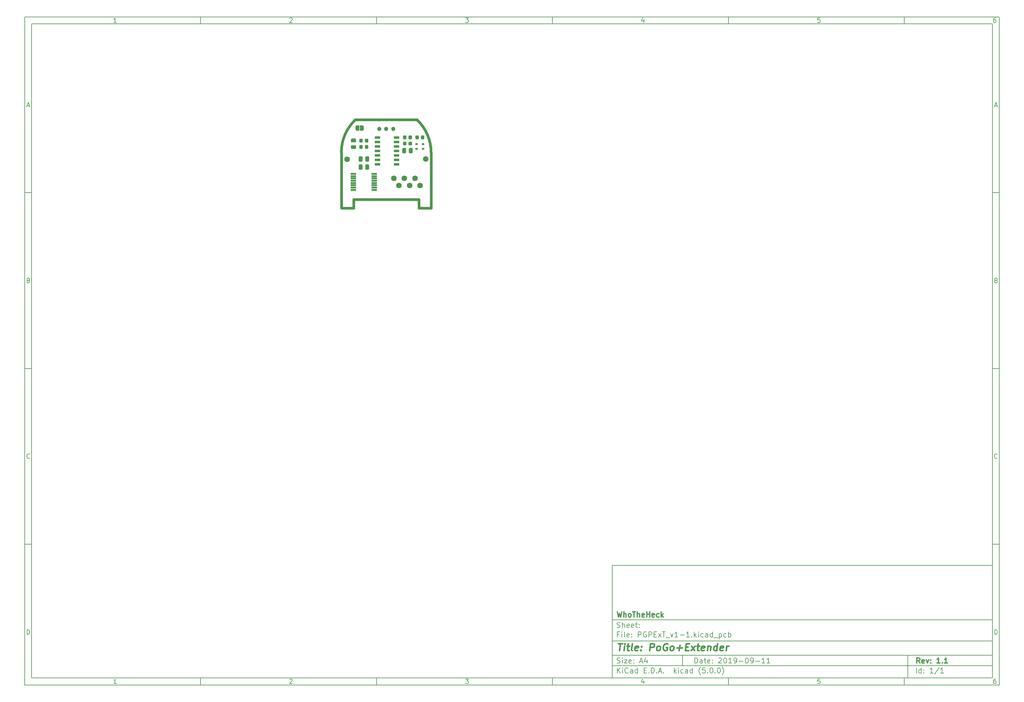
<source format=gbr>
G04 #@! TF.GenerationSoftware,KiCad,Pcbnew,(5.0.0)*
G04 #@! TF.CreationDate,2020-05-01T19:32:20+02:00*
G04 #@! TF.ProjectId,PGPExT_v1-1,5047504578545F76312D312E6B696361,1.1*
G04 #@! TF.SameCoordinates,Original*
G04 #@! TF.FileFunction,Soldermask,Bot*
G04 #@! TF.FilePolarity,Negative*
%FSLAX46Y46*%
G04 Gerber Fmt 4.6, Leading zero omitted, Abs format (unit mm)*
G04 Created by KiCad (PCBNEW (5.0.0)) date 05/01/20 19:32:20*
%MOMM*%
%LPD*%
G01*
G04 APERTURE LIST*
%ADD10C,0.100000*%
%ADD11C,0.150000*%
%ADD12C,0.300000*%
%ADD13C,0.400000*%
%ADD14C,0.800000*%
%ADD15R,0.750000X0.500000*%
%ADD16C,1.200000*%
%ADD17C,1.075000*%
%ADD18C,0.500000*%
%ADD19C,1.600000*%
%ADD20C,0.975000*%
%ADD21R,1.600000X0.550000*%
%ADD22R,1.600000X0.700000*%
G04 APERTURE END LIST*
D10*
D11*
X177002200Y-166007200D02*
X177002200Y-198007200D01*
X285002200Y-198007200D01*
X285002200Y-166007200D01*
X177002200Y-166007200D01*
D10*
D11*
X10000000Y-10000000D02*
X10000000Y-200007200D01*
X287002200Y-200007200D01*
X287002200Y-10000000D01*
X10000000Y-10000000D01*
D10*
D11*
X12000000Y-12000000D02*
X12000000Y-198007200D01*
X285002200Y-198007200D01*
X285002200Y-12000000D01*
X12000000Y-12000000D01*
D10*
D11*
X60000000Y-12000000D02*
X60000000Y-10000000D01*
D10*
D11*
X110000000Y-12000000D02*
X110000000Y-10000000D01*
D10*
D11*
X160000000Y-12000000D02*
X160000000Y-10000000D01*
D10*
D11*
X210000000Y-12000000D02*
X210000000Y-10000000D01*
D10*
D11*
X260000000Y-12000000D02*
X260000000Y-10000000D01*
D10*
D11*
X36065476Y-11588095D02*
X35322619Y-11588095D01*
X35694047Y-11588095D02*
X35694047Y-10288095D01*
X35570238Y-10473809D01*
X35446428Y-10597619D01*
X35322619Y-10659523D01*
D10*
D11*
X85322619Y-10411904D02*
X85384523Y-10350000D01*
X85508333Y-10288095D01*
X85817857Y-10288095D01*
X85941666Y-10350000D01*
X86003571Y-10411904D01*
X86065476Y-10535714D01*
X86065476Y-10659523D01*
X86003571Y-10845238D01*
X85260714Y-11588095D01*
X86065476Y-11588095D01*
D10*
D11*
X135260714Y-10288095D02*
X136065476Y-10288095D01*
X135632142Y-10783333D01*
X135817857Y-10783333D01*
X135941666Y-10845238D01*
X136003571Y-10907142D01*
X136065476Y-11030952D01*
X136065476Y-11340476D01*
X136003571Y-11464285D01*
X135941666Y-11526190D01*
X135817857Y-11588095D01*
X135446428Y-11588095D01*
X135322619Y-11526190D01*
X135260714Y-11464285D01*
D10*
D11*
X185941666Y-10721428D02*
X185941666Y-11588095D01*
X185632142Y-10226190D02*
X185322619Y-11154761D01*
X186127380Y-11154761D01*
D10*
D11*
X236003571Y-10288095D02*
X235384523Y-10288095D01*
X235322619Y-10907142D01*
X235384523Y-10845238D01*
X235508333Y-10783333D01*
X235817857Y-10783333D01*
X235941666Y-10845238D01*
X236003571Y-10907142D01*
X236065476Y-11030952D01*
X236065476Y-11340476D01*
X236003571Y-11464285D01*
X235941666Y-11526190D01*
X235817857Y-11588095D01*
X235508333Y-11588095D01*
X235384523Y-11526190D01*
X235322619Y-11464285D01*
D10*
D11*
X285941666Y-10288095D02*
X285694047Y-10288095D01*
X285570238Y-10350000D01*
X285508333Y-10411904D01*
X285384523Y-10597619D01*
X285322619Y-10845238D01*
X285322619Y-11340476D01*
X285384523Y-11464285D01*
X285446428Y-11526190D01*
X285570238Y-11588095D01*
X285817857Y-11588095D01*
X285941666Y-11526190D01*
X286003571Y-11464285D01*
X286065476Y-11340476D01*
X286065476Y-11030952D01*
X286003571Y-10907142D01*
X285941666Y-10845238D01*
X285817857Y-10783333D01*
X285570238Y-10783333D01*
X285446428Y-10845238D01*
X285384523Y-10907142D01*
X285322619Y-11030952D01*
D10*
D11*
X60000000Y-198007200D02*
X60000000Y-200007200D01*
D10*
D11*
X110000000Y-198007200D02*
X110000000Y-200007200D01*
D10*
D11*
X160000000Y-198007200D02*
X160000000Y-200007200D01*
D10*
D11*
X210000000Y-198007200D02*
X210000000Y-200007200D01*
D10*
D11*
X260000000Y-198007200D02*
X260000000Y-200007200D01*
D10*
D11*
X36065476Y-199595295D02*
X35322619Y-199595295D01*
X35694047Y-199595295D02*
X35694047Y-198295295D01*
X35570238Y-198481009D01*
X35446428Y-198604819D01*
X35322619Y-198666723D01*
D10*
D11*
X85322619Y-198419104D02*
X85384523Y-198357200D01*
X85508333Y-198295295D01*
X85817857Y-198295295D01*
X85941666Y-198357200D01*
X86003571Y-198419104D01*
X86065476Y-198542914D01*
X86065476Y-198666723D01*
X86003571Y-198852438D01*
X85260714Y-199595295D01*
X86065476Y-199595295D01*
D10*
D11*
X135260714Y-198295295D02*
X136065476Y-198295295D01*
X135632142Y-198790533D01*
X135817857Y-198790533D01*
X135941666Y-198852438D01*
X136003571Y-198914342D01*
X136065476Y-199038152D01*
X136065476Y-199347676D01*
X136003571Y-199471485D01*
X135941666Y-199533390D01*
X135817857Y-199595295D01*
X135446428Y-199595295D01*
X135322619Y-199533390D01*
X135260714Y-199471485D01*
D10*
D11*
X185941666Y-198728628D02*
X185941666Y-199595295D01*
X185632142Y-198233390D02*
X185322619Y-199161961D01*
X186127380Y-199161961D01*
D10*
D11*
X236003571Y-198295295D02*
X235384523Y-198295295D01*
X235322619Y-198914342D01*
X235384523Y-198852438D01*
X235508333Y-198790533D01*
X235817857Y-198790533D01*
X235941666Y-198852438D01*
X236003571Y-198914342D01*
X236065476Y-199038152D01*
X236065476Y-199347676D01*
X236003571Y-199471485D01*
X235941666Y-199533390D01*
X235817857Y-199595295D01*
X235508333Y-199595295D01*
X235384523Y-199533390D01*
X235322619Y-199471485D01*
D10*
D11*
X285941666Y-198295295D02*
X285694047Y-198295295D01*
X285570238Y-198357200D01*
X285508333Y-198419104D01*
X285384523Y-198604819D01*
X285322619Y-198852438D01*
X285322619Y-199347676D01*
X285384523Y-199471485D01*
X285446428Y-199533390D01*
X285570238Y-199595295D01*
X285817857Y-199595295D01*
X285941666Y-199533390D01*
X286003571Y-199471485D01*
X286065476Y-199347676D01*
X286065476Y-199038152D01*
X286003571Y-198914342D01*
X285941666Y-198852438D01*
X285817857Y-198790533D01*
X285570238Y-198790533D01*
X285446428Y-198852438D01*
X285384523Y-198914342D01*
X285322619Y-199038152D01*
D10*
D11*
X10000000Y-60000000D02*
X12000000Y-60000000D01*
D10*
D11*
X10000000Y-110000000D02*
X12000000Y-110000000D01*
D10*
D11*
X10000000Y-160000000D02*
X12000000Y-160000000D01*
D10*
D11*
X10690476Y-35216666D02*
X11309523Y-35216666D01*
X10566666Y-35588095D02*
X11000000Y-34288095D01*
X11433333Y-35588095D01*
D10*
D11*
X11092857Y-84907142D02*
X11278571Y-84969047D01*
X11340476Y-85030952D01*
X11402380Y-85154761D01*
X11402380Y-85340476D01*
X11340476Y-85464285D01*
X11278571Y-85526190D01*
X11154761Y-85588095D01*
X10659523Y-85588095D01*
X10659523Y-84288095D01*
X11092857Y-84288095D01*
X11216666Y-84350000D01*
X11278571Y-84411904D01*
X11340476Y-84535714D01*
X11340476Y-84659523D01*
X11278571Y-84783333D01*
X11216666Y-84845238D01*
X11092857Y-84907142D01*
X10659523Y-84907142D01*
D10*
D11*
X11402380Y-135464285D02*
X11340476Y-135526190D01*
X11154761Y-135588095D01*
X11030952Y-135588095D01*
X10845238Y-135526190D01*
X10721428Y-135402380D01*
X10659523Y-135278571D01*
X10597619Y-135030952D01*
X10597619Y-134845238D01*
X10659523Y-134597619D01*
X10721428Y-134473809D01*
X10845238Y-134350000D01*
X11030952Y-134288095D01*
X11154761Y-134288095D01*
X11340476Y-134350000D01*
X11402380Y-134411904D01*
D10*
D11*
X10659523Y-185588095D02*
X10659523Y-184288095D01*
X10969047Y-184288095D01*
X11154761Y-184350000D01*
X11278571Y-184473809D01*
X11340476Y-184597619D01*
X11402380Y-184845238D01*
X11402380Y-185030952D01*
X11340476Y-185278571D01*
X11278571Y-185402380D01*
X11154761Y-185526190D01*
X10969047Y-185588095D01*
X10659523Y-185588095D01*
D10*
D11*
X287002200Y-60000000D02*
X285002200Y-60000000D01*
D10*
D11*
X287002200Y-110000000D02*
X285002200Y-110000000D01*
D10*
D11*
X287002200Y-160000000D02*
X285002200Y-160000000D01*
D10*
D11*
X285692676Y-35216666D02*
X286311723Y-35216666D01*
X285568866Y-35588095D02*
X286002200Y-34288095D01*
X286435533Y-35588095D01*
D10*
D11*
X286095057Y-84907142D02*
X286280771Y-84969047D01*
X286342676Y-85030952D01*
X286404580Y-85154761D01*
X286404580Y-85340476D01*
X286342676Y-85464285D01*
X286280771Y-85526190D01*
X286156961Y-85588095D01*
X285661723Y-85588095D01*
X285661723Y-84288095D01*
X286095057Y-84288095D01*
X286218866Y-84350000D01*
X286280771Y-84411904D01*
X286342676Y-84535714D01*
X286342676Y-84659523D01*
X286280771Y-84783333D01*
X286218866Y-84845238D01*
X286095057Y-84907142D01*
X285661723Y-84907142D01*
D10*
D11*
X286404580Y-135464285D02*
X286342676Y-135526190D01*
X286156961Y-135588095D01*
X286033152Y-135588095D01*
X285847438Y-135526190D01*
X285723628Y-135402380D01*
X285661723Y-135278571D01*
X285599819Y-135030952D01*
X285599819Y-134845238D01*
X285661723Y-134597619D01*
X285723628Y-134473809D01*
X285847438Y-134350000D01*
X286033152Y-134288095D01*
X286156961Y-134288095D01*
X286342676Y-134350000D01*
X286404580Y-134411904D01*
D10*
D11*
X285661723Y-185588095D02*
X285661723Y-184288095D01*
X285971247Y-184288095D01*
X286156961Y-184350000D01*
X286280771Y-184473809D01*
X286342676Y-184597619D01*
X286404580Y-184845238D01*
X286404580Y-185030952D01*
X286342676Y-185278571D01*
X286280771Y-185402380D01*
X286156961Y-185526190D01*
X285971247Y-185588095D01*
X285661723Y-185588095D01*
D10*
D11*
X200434342Y-193785771D02*
X200434342Y-192285771D01*
X200791485Y-192285771D01*
X201005771Y-192357200D01*
X201148628Y-192500057D01*
X201220057Y-192642914D01*
X201291485Y-192928628D01*
X201291485Y-193142914D01*
X201220057Y-193428628D01*
X201148628Y-193571485D01*
X201005771Y-193714342D01*
X200791485Y-193785771D01*
X200434342Y-193785771D01*
X202577200Y-193785771D02*
X202577200Y-193000057D01*
X202505771Y-192857200D01*
X202362914Y-192785771D01*
X202077200Y-192785771D01*
X201934342Y-192857200D01*
X202577200Y-193714342D02*
X202434342Y-193785771D01*
X202077200Y-193785771D01*
X201934342Y-193714342D01*
X201862914Y-193571485D01*
X201862914Y-193428628D01*
X201934342Y-193285771D01*
X202077200Y-193214342D01*
X202434342Y-193214342D01*
X202577200Y-193142914D01*
X203077200Y-192785771D02*
X203648628Y-192785771D01*
X203291485Y-192285771D02*
X203291485Y-193571485D01*
X203362914Y-193714342D01*
X203505771Y-193785771D01*
X203648628Y-193785771D01*
X204720057Y-193714342D02*
X204577200Y-193785771D01*
X204291485Y-193785771D01*
X204148628Y-193714342D01*
X204077200Y-193571485D01*
X204077200Y-193000057D01*
X204148628Y-192857200D01*
X204291485Y-192785771D01*
X204577200Y-192785771D01*
X204720057Y-192857200D01*
X204791485Y-193000057D01*
X204791485Y-193142914D01*
X204077200Y-193285771D01*
X205434342Y-193642914D02*
X205505771Y-193714342D01*
X205434342Y-193785771D01*
X205362914Y-193714342D01*
X205434342Y-193642914D01*
X205434342Y-193785771D01*
X205434342Y-192857200D02*
X205505771Y-192928628D01*
X205434342Y-193000057D01*
X205362914Y-192928628D01*
X205434342Y-192857200D01*
X205434342Y-193000057D01*
X207220057Y-192428628D02*
X207291485Y-192357200D01*
X207434342Y-192285771D01*
X207791485Y-192285771D01*
X207934342Y-192357200D01*
X208005771Y-192428628D01*
X208077200Y-192571485D01*
X208077200Y-192714342D01*
X208005771Y-192928628D01*
X207148628Y-193785771D01*
X208077200Y-193785771D01*
X209005771Y-192285771D02*
X209148628Y-192285771D01*
X209291485Y-192357200D01*
X209362914Y-192428628D01*
X209434342Y-192571485D01*
X209505771Y-192857200D01*
X209505771Y-193214342D01*
X209434342Y-193500057D01*
X209362914Y-193642914D01*
X209291485Y-193714342D01*
X209148628Y-193785771D01*
X209005771Y-193785771D01*
X208862914Y-193714342D01*
X208791485Y-193642914D01*
X208720057Y-193500057D01*
X208648628Y-193214342D01*
X208648628Y-192857200D01*
X208720057Y-192571485D01*
X208791485Y-192428628D01*
X208862914Y-192357200D01*
X209005771Y-192285771D01*
X210934342Y-193785771D02*
X210077200Y-193785771D01*
X210505771Y-193785771D02*
X210505771Y-192285771D01*
X210362914Y-192500057D01*
X210220057Y-192642914D01*
X210077200Y-192714342D01*
X211648628Y-193785771D02*
X211934342Y-193785771D01*
X212077200Y-193714342D01*
X212148628Y-193642914D01*
X212291485Y-193428628D01*
X212362914Y-193142914D01*
X212362914Y-192571485D01*
X212291485Y-192428628D01*
X212220057Y-192357200D01*
X212077200Y-192285771D01*
X211791485Y-192285771D01*
X211648628Y-192357200D01*
X211577200Y-192428628D01*
X211505771Y-192571485D01*
X211505771Y-192928628D01*
X211577200Y-193071485D01*
X211648628Y-193142914D01*
X211791485Y-193214342D01*
X212077200Y-193214342D01*
X212220057Y-193142914D01*
X212291485Y-193071485D01*
X212362914Y-192928628D01*
X213005771Y-193214342D02*
X214148628Y-193214342D01*
X215148628Y-192285771D02*
X215291485Y-192285771D01*
X215434342Y-192357200D01*
X215505771Y-192428628D01*
X215577200Y-192571485D01*
X215648628Y-192857200D01*
X215648628Y-193214342D01*
X215577200Y-193500057D01*
X215505771Y-193642914D01*
X215434342Y-193714342D01*
X215291485Y-193785771D01*
X215148628Y-193785771D01*
X215005771Y-193714342D01*
X214934342Y-193642914D01*
X214862914Y-193500057D01*
X214791485Y-193214342D01*
X214791485Y-192857200D01*
X214862914Y-192571485D01*
X214934342Y-192428628D01*
X215005771Y-192357200D01*
X215148628Y-192285771D01*
X216362914Y-193785771D02*
X216648628Y-193785771D01*
X216791485Y-193714342D01*
X216862914Y-193642914D01*
X217005771Y-193428628D01*
X217077200Y-193142914D01*
X217077200Y-192571485D01*
X217005771Y-192428628D01*
X216934342Y-192357200D01*
X216791485Y-192285771D01*
X216505771Y-192285771D01*
X216362914Y-192357200D01*
X216291485Y-192428628D01*
X216220057Y-192571485D01*
X216220057Y-192928628D01*
X216291485Y-193071485D01*
X216362914Y-193142914D01*
X216505771Y-193214342D01*
X216791485Y-193214342D01*
X216934342Y-193142914D01*
X217005771Y-193071485D01*
X217077200Y-192928628D01*
X217720057Y-193214342D02*
X218862914Y-193214342D01*
X220362914Y-193785771D02*
X219505771Y-193785771D01*
X219934342Y-193785771D02*
X219934342Y-192285771D01*
X219791485Y-192500057D01*
X219648628Y-192642914D01*
X219505771Y-192714342D01*
X221791485Y-193785771D02*
X220934342Y-193785771D01*
X221362914Y-193785771D02*
X221362914Y-192285771D01*
X221220057Y-192500057D01*
X221077200Y-192642914D01*
X220934342Y-192714342D01*
D10*
D11*
X177002200Y-194507200D02*
X285002200Y-194507200D01*
D10*
D11*
X178434342Y-196585771D02*
X178434342Y-195085771D01*
X179291485Y-196585771D02*
X178648628Y-195728628D01*
X179291485Y-195085771D02*
X178434342Y-195942914D01*
X179934342Y-196585771D02*
X179934342Y-195585771D01*
X179934342Y-195085771D02*
X179862914Y-195157200D01*
X179934342Y-195228628D01*
X180005771Y-195157200D01*
X179934342Y-195085771D01*
X179934342Y-195228628D01*
X181505771Y-196442914D02*
X181434342Y-196514342D01*
X181220057Y-196585771D01*
X181077200Y-196585771D01*
X180862914Y-196514342D01*
X180720057Y-196371485D01*
X180648628Y-196228628D01*
X180577200Y-195942914D01*
X180577200Y-195728628D01*
X180648628Y-195442914D01*
X180720057Y-195300057D01*
X180862914Y-195157200D01*
X181077200Y-195085771D01*
X181220057Y-195085771D01*
X181434342Y-195157200D01*
X181505771Y-195228628D01*
X182791485Y-196585771D02*
X182791485Y-195800057D01*
X182720057Y-195657200D01*
X182577200Y-195585771D01*
X182291485Y-195585771D01*
X182148628Y-195657200D01*
X182791485Y-196514342D02*
X182648628Y-196585771D01*
X182291485Y-196585771D01*
X182148628Y-196514342D01*
X182077200Y-196371485D01*
X182077200Y-196228628D01*
X182148628Y-196085771D01*
X182291485Y-196014342D01*
X182648628Y-196014342D01*
X182791485Y-195942914D01*
X184148628Y-196585771D02*
X184148628Y-195085771D01*
X184148628Y-196514342D02*
X184005771Y-196585771D01*
X183720057Y-196585771D01*
X183577200Y-196514342D01*
X183505771Y-196442914D01*
X183434342Y-196300057D01*
X183434342Y-195871485D01*
X183505771Y-195728628D01*
X183577200Y-195657200D01*
X183720057Y-195585771D01*
X184005771Y-195585771D01*
X184148628Y-195657200D01*
X186005771Y-195800057D02*
X186505771Y-195800057D01*
X186720057Y-196585771D02*
X186005771Y-196585771D01*
X186005771Y-195085771D01*
X186720057Y-195085771D01*
X187362914Y-196442914D02*
X187434342Y-196514342D01*
X187362914Y-196585771D01*
X187291485Y-196514342D01*
X187362914Y-196442914D01*
X187362914Y-196585771D01*
X188077200Y-196585771D02*
X188077200Y-195085771D01*
X188434342Y-195085771D01*
X188648628Y-195157200D01*
X188791485Y-195300057D01*
X188862914Y-195442914D01*
X188934342Y-195728628D01*
X188934342Y-195942914D01*
X188862914Y-196228628D01*
X188791485Y-196371485D01*
X188648628Y-196514342D01*
X188434342Y-196585771D01*
X188077200Y-196585771D01*
X189577200Y-196442914D02*
X189648628Y-196514342D01*
X189577200Y-196585771D01*
X189505771Y-196514342D01*
X189577200Y-196442914D01*
X189577200Y-196585771D01*
X190220057Y-196157200D02*
X190934342Y-196157200D01*
X190077200Y-196585771D02*
X190577200Y-195085771D01*
X191077200Y-196585771D01*
X191577200Y-196442914D02*
X191648628Y-196514342D01*
X191577200Y-196585771D01*
X191505771Y-196514342D01*
X191577200Y-196442914D01*
X191577200Y-196585771D01*
X194577200Y-196585771D02*
X194577200Y-195085771D01*
X194720057Y-196014342D02*
X195148628Y-196585771D01*
X195148628Y-195585771D02*
X194577200Y-196157200D01*
X195791485Y-196585771D02*
X195791485Y-195585771D01*
X195791485Y-195085771D02*
X195720057Y-195157200D01*
X195791485Y-195228628D01*
X195862914Y-195157200D01*
X195791485Y-195085771D01*
X195791485Y-195228628D01*
X197148628Y-196514342D02*
X197005771Y-196585771D01*
X196720057Y-196585771D01*
X196577200Y-196514342D01*
X196505771Y-196442914D01*
X196434342Y-196300057D01*
X196434342Y-195871485D01*
X196505771Y-195728628D01*
X196577200Y-195657200D01*
X196720057Y-195585771D01*
X197005771Y-195585771D01*
X197148628Y-195657200D01*
X198434342Y-196585771D02*
X198434342Y-195800057D01*
X198362914Y-195657200D01*
X198220057Y-195585771D01*
X197934342Y-195585771D01*
X197791485Y-195657200D01*
X198434342Y-196514342D02*
X198291485Y-196585771D01*
X197934342Y-196585771D01*
X197791485Y-196514342D01*
X197720057Y-196371485D01*
X197720057Y-196228628D01*
X197791485Y-196085771D01*
X197934342Y-196014342D01*
X198291485Y-196014342D01*
X198434342Y-195942914D01*
X199791485Y-196585771D02*
X199791485Y-195085771D01*
X199791485Y-196514342D02*
X199648628Y-196585771D01*
X199362914Y-196585771D01*
X199220057Y-196514342D01*
X199148628Y-196442914D01*
X199077200Y-196300057D01*
X199077200Y-195871485D01*
X199148628Y-195728628D01*
X199220057Y-195657200D01*
X199362914Y-195585771D01*
X199648628Y-195585771D01*
X199791485Y-195657200D01*
X202077200Y-197157200D02*
X202005771Y-197085771D01*
X201862914Y-196871485D01*
X201791485Y-196728628D01*
X201720057Y-196514342D01*
X201648628Y-196157200D01*
X201648628Y-195871485D01*
X201720057Y-195514342D01*
X201791485Y-195300057D01*
X201862914Y-195157200D01*
X202005771Y-194942914D01*
X202077200Y-194871485D01*
X203362914Y-195085771D02*
X202648628Y-195085771D01*
X202577200Y-195800057D01*
X202648628Y-195728628D01*
X202791485Y-195657200D01*
X203148628Y-195657200D01*
X203291485Y-195728628D01*
X203362914Y-195800057D01*
X203434342Y-195942914D01*
X203434342Y-196300057D01*
X203362914Y-196442914D01*
X203291485Y-196514342D01*
X203148628Y-196585771D01*
X202791485Y-196585771D01*
X202648628Y-196514342D01*
X202577200Y-196442914D01*
X204077200Y-196442914D02*
X204148628Y-196514342D01*
X204077200Y-196585771D01*
X204005771Y-196514342D01*
X204077200Y-196442914D01*
X204077200Y-196585771D01*
X205077200Y-195085771D02*
X205220057Y-195085771D01*
X205362914Y-195157200D01*
X205434342Y-195228628D01*
X205505771Y-195371485D01*
X205577200Y-195657200D01*
X205577200Y-196014342D01*
X205505771Y-196300057D01*
X205434342Y-196442914D01*
X205362914Y-196514342D01*
X205220057Y-196585771D01*
X205077200Y-196585771D01*
X204934342Y-196514342D01*
X204862914Y-196442914D01*
X204791485Y-196300057D01*
X204720057Y-196014342D01*
X204720057Y-195657200D01*
X204791485Y-195371485D01*
X204862914Y-195228628D01*
X204934342Y-195157200D01*
X205077200Y-195085771D01*
X206220057Y-196442914D02*
X206291485Y-196514342D01*
X206220057Y-196585771D01*
X206148628Y-196514342D01*
X206220057Y-196442914D01*
X206220057Y-196585771D01*
X207220057Y-195085771D02*
X207362914Y-195085771D01*
X207505771Y-195157200D01*
X207577200Y-195228628D01*
X207648628Y-195371485D01*
X207720057Y-195657200D01*
X207720057Y-196014342D01*
X207648628Y-196300057D01*
X207577200Y-196442914D01*
X207505771Y-196514342D01*
X207362914Y-196585771D01*
X207220057Y-196585771D01*
X207077200Y-196514342D01*
X207005771Y-196442914D01*
X206934342Y-196300057D01*
X206862914Y-196014342D01*
X206862914Y-195657200D01*
X206934342Y-195371485D01*
X207005771Y-195228628D01*
X207077200Y-195157200D01*
X207220057Y-195085771D01*
X208220057Y-197157200D02*
X208291485Y-197085771D01*
X208434342Y-196871485D01*
X208505771Y-196728628D01*
X208577200Y-196514342D01*
X208648628Y-196157200D01*
X208648628Y-195871485D01*
X208577200Y-195514342D01*
X208505771Y-195300057D01*
X208434342Y-195157200D01*
X208291485Y-194942914D01*
X208220057Y-194871485D01*
D10*
D11*
X177002200Y-191507200D02*
X285002200Y-191507200D01*
D10*
D12*
X264411485Y-193785771D02*
X263911485Y-193071485D01*
X263554342Y-193785771D02*
X263554342Y-192285771D01*
X264125771Y-192285771D01*
X264268628Y-192357200D01*
X264340057Y-192428628D01*
X264411485Y-192571485D01*
X264411485Y-192785771D01*
X264340057Y-192928628D01*
X264268628Y-193000057D01*
X264125771Y-193071485D01*
X263554342Y-193071485D01*
X265625771Y-193714342D02*
X265482914Y-193785771D01*
X265197200Y-193785771D01*
X265054342Y-193714342D01*
X264982914Y-193571485D01*
X264982914Y-193000057D01*
X265054342Y-192857200D01*
X265197200Y-192785771D01*
X265482914Y-192785771D01*
X265625771Y-192857200D01*
X265697200Y-193000057D01*
X265697200Y-193142914D01*
X264982914Y-193285771D01*
X266197200Y-192785771D02*
X266554342Y-193785771D01*
X266911485Y-192785771D01*
X267482914Y-193642914D02*
X267554342Y-193714342D01*
X267482914Y-193785771D01*
X267411485Y-193714342D01*
X267482914Y-193642914D01*
X267482914Y-193785771D01*
X267482914Y-192857200D02*
X267554342Y-192928628D01*
X267482914Y-193000057D01*
X267411485Y-192928628D01*
X267482914Y-192857200D01*
X267482914Y-193000057D01*
X270125771Y-193785771D02*
X269268628Y-193785771D01*
X269697200Y-193785771D02*
X269697200Y-192285771D01*
X269554342Y-192500057D01*
X269411485Y-192642914D01*
X269268628Y-192714342D01*
X270768628Y-193642914D02*
X270840057Y-193714342D01*
X270768628Y-193785771D01*
X270697200Y-193714342D01*
X270768628Y-193642914D01*
X270768628Y-193785771D01*
X272268628Y-193785771D02*
X271411485Y-193785771D01*
X271840057Y-193785771D02*
X271840057Y-192285771D01*
X271697200Y-192500057D01*
X271554342Y-192642914D01*
X271411485Y-192714342D01*
D10*
D11*
X178362914Y-193714342D02*
X178577200Y-193785771D01*
X178934342Y-193785771D01*
X179077200Y-193714342D01*
X179148628Y-193642914D01*
X179220057Y-193500057D01*
X179220057Y-193357200D01*
X179148628Y-193214342D01*
X179077200Y-193142914D01*
X178934342Y-193071485D01*
X178648628Y-193000057D01*
X178505771Y-192928628D01*
X178434342Y-192857200D01*
X178362914Y-192714342D01*
X178362914Y-192571485D01*
X178434342Y-192428628D01*
X178505771Y-192357200D01*
X178648628Y-192285771D01*
X179005771Y-192285771D01*
X179220057Y-192357200D01*
X179862914Y-193785771D02*
X179862914Y-192785771D01*
X179862914Y-192285771D02*
X179791485Y-192357200D01*
X179862914Y-192428628D01*
X179934342Y-192357200D01*
X179862914Y-192285771D01*
X179862914Y-192428628D01*
X180434342Y-192785771D02*
X181220057Y-192785771D01*
X180434342Y-193785771D01*
X181220057Y-193785771D01*
X182362914Y-193714342D02*
X182220057Y-193785771D01*
X181934342Y-193785771D01*
X181791485Y-193714342D01*
X181720057Y-193571485D01*
X181720057Y-193000057D01*
X181791485Y-192857200D01*
X181934342Y-192785771D01*
X182220057Y-192785771D01*
X182362914Y-192857200D01*
X182434342Y-193000057D01*
X182434342Y-193142914D01*
X181720057Y-193285771D01*
X183077200Y-193642914D02*
X183148628Y-193714342D01*
X183077200Y-193785771D01*
X183005771Y-193714342D01*
X183077200Y-193642914D01*
X183077200Y-193785771D01*
X183077200Y-192857200D02*
X183148628Y-192928628D01*
X183077200Y-193000057D01*
X183005771Y-192928628D01*
X183077200Y-192857200D01*
X183077200Y-193000057D01*
X184862914Y-193357200D02*
X185577200Y-193357200D01*
X184720057Y-193785771D02*
X185220057Y-192285771D01*
X185720057Y-193785771D01*
X186862914Y-192785771D02*
X186862914Y-193785771D01*
X186505771Y-192214342D02*
X186148628Y-193285771D01*
X187077200Y-193285771D01*
D10*
D11*
X263434342Y-196585771D02*
X263434342Y-195085771D01*
X264791485Y-196585771D02*
X264791485Y-195085771D01*
X264791485Y-196514342D02*
X264648628Y-196585771D01*
X264362914Y-196585771D01*
X264220057Y-196514342D01*
X264148628Y-196442914D01*
X264077200Y-196300057D01*
X264077200Y-195871485D01*
X264148628Y-195728628D01*
X264220057Y-195657200D01*
X264362914Y-195585771D01*
X264648628Y-195585771D01*
X264791485Y-195657200D01*
X265505771Y-196442914D02*
X265577200Y-196514342D01*
X265505771Y-196585771D01*
X265434342Y-196514342D01*
X265505771Y-196442914D01*
X265505771Y-196585771D01*
X265505771Y-195657200D02*
X265577200Y-195728628D01*
X265505771Y-195800057D01*
X265434342Y-195728628D01*
X265505771Y-195657200D01*
X265505771Y-195800057D01*
X268148628Y-196585771D02*
X267291485Y-196585771D01*
X267720057Y-196585771D02*
X267720057Y-195085771D01*
X267577200Y-195300057D01*
X267434342Y-195442914D01*
X267291485Y-195514342D01*
X269862914Y-195014342D02*
X268577200Y-196942914D01*
X271148628Y-196585771D02*
X270291485Y-196585771D01*
X270720057Y-196585771D02*
X270720057Y-195085771D01*
X270577200Y-195300057D01*
X270434342Y-195442914D01*
X270291485Y-195514342D01*
D10*
D11*
X177002200Y-187507200D02*
X285002200Y-187507200D01*
D10*
D13*
X178714580Y-188211961D02*
X179857438Y-188211961D01*
X179036009Y-190211961D02*
X179286009Y-188211961D01*
X180274104Y-190211961D02*
X180440771Y-188878628D01*
X180524104Y-188211961D02*
X180416961Y-188307200D01*
X180500295Y-188402438D01*
X180607438Y-188307200D01*
X180524104Y-188211961D01*
X180500295Y-188402438D01*
X181107438Y-188878628D02*
X181869342Y-188878628D01*
X181476485Y-188211961D02*
X181262200Y-189926247D01*
X181333628Y-190116723D01*
X181512200Y-190211961D01*
X181702676Y-190211961D01*
X182655057Y-190211961D02*
X182476485Y-190116723D01*
X182405057Y-189926247D01*
X182619342Y-188211961D01*
X184190771Y-190116723D02*
X183988390Y-190211961D01*
X183607438Y-190211961D01*
X183428866Y-190116723D01*
X183357438Y-189926247D01*
X183452676Y-189164342D01*
X183571723Y-188973866D01*
X183774104Y-188878628D01*
X184155057Y-188878628D01*
X184333628Y-188973866D01*
X184405057Y-189164342D01*
X184381247Y-189354819D01*
X183405057Y-189545295D01*
X185155057Y-190021485D02*
X185238390Y-190116723D01*
X185131247Y-190211961D01*
X185047914Y-190116723D01*
X185155057Y-190021485D01*
X185131247Y-190211961D01*
X185286009Y-188973866D02*
X185369342Y-189069104D01*
X185262200Y-189164342D01*
X185178866Y-189069104D01*
X185286009Y-188973866D01*
X185262200Y-189164342D01*
X187607438Y-190211961D02*
X187857438Y-188211961D01*
X188619342Y-188211961D01*
X188797914Y-188307200D01*
X188881247Y-188402438D01*
X188952676Y-188592914D01*
X188916961Y-188878628D01*
X188797914Y-189069104D01*
X188690771Y-189164342D01*
X188488390Y-189259580D01*
X187726485Y-189259580D01*
X189893152Y-190211961D02*
X189714580Y-190116723D01*
X189631247Y-190021485D01*
X189559819Y-189831009D01*
X189631247Y-189259580D01*
X189750295Y-189069104D01*
X189857438Y-188973866D01*
X190059819Y-188878628D01*
X190345533Y-188878628D01*
X190524104Y-188973866D01*
X190607438Y-189069104D01*
X190678866Y-189259580D01*
X190607438Y-189831009D01*
X190488390Y-190021485D01*
X190381247Y-190116723D01*
X190178866Y-190211961D01*
X189893152Y-190211961D01*
X192702676Y-188307200D02*
X192524104Y-188211961D01*
X192238390Y-188211961D01*
X191940771Y-188307200D01*
X191726485Y-188497676D01*
X191607438Y-188688152D01*
X191464580Y-189069104D01*
X191428866Y-189354819D01*
X191476485Y-189735771D01*
X191547914Y-189926247D01*
X191714580Y-190116723D01*
X191988390Y-190211961D01*
X192178866Y-190211961D01*
X192476485Y-190116723D01*
X192583628Y-190021485D01*
X192666961Y-189354819D01*
X192286009Y-189354819D01*
X193702676Y-190211961D02*
X193524104Y-190116723D01*
X193440771Y-190021485D01*
X193369342Y-189831009D01*
X193440771Y-189259580D01*
X193559819Y-189069104D01*
X193666961Y-188973866D01*
X193869342Y-188878628D01*
X194155057Y-188878628D01*
X194333628Y-188973866D01*
X194416961Y-189069104D01*
X194488390Y-189259580D01*
X194416961Y-189831009D01*
X194297914Y-190021485D01*
X194190771Y-190116723D01*
X193988390Y-190211961D01*
X193702676Y-190211961D01*
X195321723Y-189450057D02*
X196845533Y-189450057D01*
X195988390Y-190211961D02*
X196178866Y-188688152D01*
X197833628Y-189164342D02*
X198500295Y-189164342D01*
X198655057Y-190211961D02*
X197702676Y-190211961D01*
X197952676Y-188211961D01*
X198905057Y-188211961D01*
X199321723Y-190211961D02*
X200536009Y-188878628D01*
X199488390Y-188878628D02*
X200369342Y-190211961D01*
X201012200Y-188878628D02*
X201774104Y-188878628D01*
X201381247Y-188211961D02*
X201166961Y-189926247D01*
X201238390Y-190116723D01*
X201416961Y-190211961D01*
X201607438Y-190211961D01*
X203047914Y-190116723D02*
X202845533Y-190211961D01*
X202464580Y-190211961D01*
X202286009Y-190116723D01*
X202214580Y-189926247D01*
X202309819Y-189164342D01*
X202428866Y-188973866D01*
X202631247Y-188878628D01*
X203012200Y-188878628D01*
X203190771Y-188973866D01*
X203262200Y-189164342D01*
X203238390Y-189354819D01*
X202262200Y-189545295D01*
X204155057Y-188878628D02*
X203988390Y-190211961D01*
X204131247Y-189069104D02*
X204238390Y-188973866D01*
X204440771Y-188878628D01*
X204726485Y-188878628D01*
X204905057Y-188973866D01*
X204976485Y-189164342D01*
X204845533Y-190211961D01*
X206655057Y-190211961D02*
X206905057Y-188211961D01*
X206666961Y-190116723D02*
X206464580Y-190211961D01*
X206083628Y-190211961D01*
X205905057Y-190116723D01*
X205821723Y-190021485D01*
X205750295Y-189831009D01*
X205821723Y-189259580D01*
X205940771Y-189069104D01*
X206047914Y-188973866D01*
X206250295Y-188878628D01*
X206631247Y-188878628D01*
X206809819Y-188973866D01*
X208381247Y-190116723D02*
X208178866Y-190211961D01*
X207797914Y-190211961D01*
X207619342Y-190116723D01*
X207547914Y-189926247D01*
X207643152Y-189164342D01*
X207762200Y-188973866D01*
X207964580Y-188878628D01*
X208345533Y-188878628D01*
X208524104Y-188973866D01*
X208595533Y-189164342D01*
X208571723Y-189354819D01*
X207595533Y-189545295D01*
X209321723Y-190211961D02*
X209488390Y-188878628D01*
X209440771Y-189259580D02*
X209559819Y-189069104D01*
X209666961Y-188973866D01*
X209869342Y-188878628D01*
X210059819Y-188878628D01*
D10*
D11*
X178934342Y-185600057D02*
X178434342Y-185600057D01*
X178434342Y-186385771D02*
X178434342Y-184885771D01*
X179148628Y-184885771D01*
X179720057Y-186385771D02*
X179720057Y-185385771D01*
X179720057Y-184885771D02*
X179648628Y-184957200D01*
X179720057Y-185028628D01*
X179791485Y-184957200D01*
X179720057Y-184885771D01*
X179720057Y-185028628D01*
X180648628Y-186385771D02*
X180505771Y-186314342D01*
X180434342Y-186171485D01*
X180434342Y-184885771D01*
X181791485Y-186314342D02*
X181648628Y-186385771D01*
X181362914Y-186385771D01*
X181220057Y-186314342D01*
X181148628Y-186171485D01*
X181148628Y-185600057D01*
X181220057Y-185457200D01*
X181362914Y-185385771D01*
X181648628Y-185385771D01*
X181791485Y-185457200D01*
X181862914Y-185600057D01*
X181862914Y-185742914D01*
X181148628Y-185885771D01*
X182505771Y-186242914D02*
X182577200Y-186314342D01*
X182505771Y-186385771D01*
X182434342Y-186314342D01*
X182505771Y-186242914D01*
X182505771Y-186385771D01*
X182505771Y-185457200D02*
X182577200Y-185528628D01*
X182505771Y-185600057D01*
X182434342Y-185528628D01*
X182505771Y-185457200D01*
X182505771Y-185600057D01*
X184362914Y-186385771D02*
X184362914Y-184885771D01*
X184934342Y-184885771D01*
X185077200Y-184957200D01*
X185148628Y-185028628D01*
X185220057Y-185171485D01*
X185220057Y-185385771D01*
X185148628Y-185528628D01*
X185077200Y-185600057D01*
X184934342Y-185671485D01*
X184362914Y-185671485D01*
X186648628Y-184957200D02*
X186505771Y-184885771D01*
X186291485Y-184885771D01*
X186077200Y-184957200D01*
X185934342Y-185100057D01*
X185862914Y-185242914D01*
X185791485Y-185528628D01*
X185791485Y-185742914D01*
X185862914Y-186028628D01*
X185934342Y-186171485D01*
X186077200Y-186314342D01*
X186291485Y-186385771D01*
X186434342Y-186385771D01*
X186648628Y-186314342D01*
X186720057Y-186242914D01*
X186720057Y-185742914D01*
X186434342Y-185742914D01*
X187362914Y-186385771D02*
X187362914Y-184885771D01*
X187934342Y-184885771D01*
X188077200Y-184957200D01*
X188148628Y-185028628D01*
X188220057Y-185171485D01*
X188220057Y-185385771D01*
X188148628Y-185528628D01*
X188077200Y-185600057D01*
X187934342Y-185671485D01*
X187362914Y-185671485D01*
X188862914Y-185600057D02*
X189362914Y-185600057D01*
X189577200Y-186385771D02*
X188862914Y-186385771D01*
X188862914Y-184885771D01*
X189577200Y-184885771D01*
X190077200Y-186385771D02*
X190862914Y-185385771D01*
X190077200Y-185385771D02*
X190862914Y-186385771D01*
X191220057Y-184885771D02*
X192077200Y-184885771D01*
X191648628Y-186385771D02*
X191648628Y-184885771D01*
X192220057Y-186528628D02*
X193362914Y-186528628D01*
X193577200Y-185385771D02*
X193934342Y-186385771D01*
X194291485Y-185385771D01*
X195648628Y-186385771D02*
X194791485Y-186385771D01*
X195220057Y-186385771D02*
X195220057Y-184885771D01*
X195077200Y-185100057D01*
X194934342Y-185242914D01*
X194791485Y-185314342D01*
X196291485Y-185814342D02*
X197434342Y-185814342D01*
X198934342Y-186385771D02*
X198077200Y-186385771D01*
X198505771Y-186385771D02*
X198505771Y-184885771D01*
X198362914Y-185100057D01*
X198220057Y-185242914D01*
X198077200Y-185314342D01*
X199577200Y-186242914D02*
X199648628Y-186314342D01*
X199577200Y-186385771D01*
X199505771Y-186314342D01*
X199577200Y-186242914D01*
X199577200Y-186385771D01*
X200291485Y-186385771D02*
X200291485Y-184885771D01*
X200434342Y-185814342D02*
X200862914Y-186385771D01*
X200862914Y-185385771D02*
X200291485Y-185957200D01*
X201505771Y-186385771D02*
X201505771Y-185385771D01*
X201505771Y-184885771D02*
X201434342Y-184957200D01*
X201505771Y-185028628D01*
X201577200Y-184957200D01*
X201505771Y-184885771D01*
X201505771Y-185028628D01*
X202862914Y-186314342D02*
X202720057Y-186385771D01*
X202434342Y-186385771D01*
X202291485Y-186314342D01*
X202220057Y-186242914D01*
X202148628Y-186100057D01*
X202148628Y-185671485D01*
X202220057Y-185528628D01*
X202291485Y-185457200D01*
X202434342Y-185385771D01*
X202720057Y-185385771D01*
X202862914Y-185457200D01*
X204148628Y-186385771D02*
X204148628Y-185600057D01*
X204077200Y-185457200D01*
X203934342Y-185385771D01*
X203648628Y-185385771D01*
X203505771Y-185457200D01*
X204148628Y-186314342D02*
X204005771Y-186385771D01*
X203648628Y-186385771D01*
X203505771Y-186314342D01*
X203434342Y-186171485D01*
X203434342Y-186028628D01*
X203505771Y-185885771D01*
X203648628Y-185814342D01*
X204005771Y-185814342D01*
X204148628Y-185742914D01*
X205505771Y-186385771D02*
X205505771Y-184885771D01*
X205505771Y-186314342D02*
X205362914Y-186385771D01*
X205077200Y-186385771D01*
X204934342Y-186314342D01*
X204862914Y-186242914D01*
X204791485Y-186100057D01*
X204791485Y-185671485D01*
X204862914Y-185528628D01*
X204934342Y-185457200D01*
X205077200Y-185385771D01*
X205362914Y-185385771D01*
X205505771Y-185457200D01*
X205862914Y-186528628D02*
X207005771Y-186528628D01*
X207362914Y-185385771D02*
X207362914Y-186885771D01*
X207362914Y-185457200D02*
X207505771Y-185385771D01*
X207791485Y-185385771D01*
X207934342Y-185457200D01*
X208005771Y-185528628D01*
X208077200Y-185671485D01*
X208077200Y-186100057D01*
X208005771Y-186242914D01*
X207934342Y-186314342D01*
X207791485Y-186385771D01*
X207505771Y-186385771D01*
X207362914Y-186314342D01*
X209362914Y-186314342D02*
X209220057Y-186385771D01*
X208934342Y-186385771D01*
X208791485Y-186314342D01*
X208720057Y-186242914D01*
X208648628Y-186100057D01*
X208648628Y-185671485D01*
X208720057Y-185528628D01*
X208791485Y-185457200D01*
X208934342Y-185385771D01*
X209220057Y-185385771D01*
X209362914Y-185457200D01*
X210005771Y-186385771D02*
X210005771Y-184885771D01*
X210005771Y-185457200D02*
X210148628Y-185385771D01*
X210434342Y-185385771D01*
X210577200Y-185457200D01*
X210648628Y-185528628D01*
X210720057Y-185671485D01*
X210720057Y-186100057D01*
X210648628Y-186242914D01*
X210577200Y-186314342D01*
X210434342Y-186385771D01*
X210148628Y-186385771D01*
X210005771Y-186314342D01*
D10*
D11*
X177002200Y-181507200D02*
X285002200Y-181507200D01*
D10*
D11*
X178362914Y-183614342D02*
X178577200Y-183685771D01*
X178934342Y-183685771D01*
X179077200Y-183614342D01*
X179148628Y-183542914D01*
X179220057Y-183400057D01*
X179220057Y-183257200D01*
X179148628Y-183114342D01*
X179077200Y-183042914D01*
X178934342Y-182971485D01*
X178648628Y-182900057D01*
X178505771Y-182828628D01*
X178434342Y-182757200D01*
X178362914Y-182614342D01*
X178362914Y-182471485D01*
X178434342Y-182328628D01*
X178505771Y-182257200D01*
X178648628Y-182185771D01*
X179005771Y-182185771D01*
X179220057Y-182257200D01*
X179862914Y-183685771D02*
X179862914Y-182185771D01*
X180505771Y-183685771D02*
X180505771Y-182900057D01*
X180434342Y-182757200D01*
X180291485Y-182685771D01*
X180077200Y-182685771D01*
X179934342Y-182757200D01*
X179862914Y-182828628D01*
X181791485Y-183614342D02*
X181648628Y-183685771D01*
X181362914Y-183685771D01*
X181220057Y-183614342D01*
X181148628Y-183471485D01*
X181148628Y-182900057D01*
X181220057Y-182757200D01*
X181362914Y-182685771D01*
X181648628Y-182685771D01*
X181791485Y-182757200D01*
X181862914Y-182900057D01*
X181862914Y-183042914D01*
X181148628Y-183185771D01*
X183077200Y-183614342D02*
X182934342Y-183685771D01*
X182648628Y-183685771D01*
X182505771Y-183614342D01*
X182434342Y-183471485D01*
X182434342Y-182900057D01*
X182505771Y-182757200D01*
X182648628Y-182685771D01*
X182934342Y-182685771D01*
X183077200Y-182757200D01*
X183148628Y-182900057D01*
X183148628Y-183042914D01*
X182434342Y-183185771D01*
X183577200Y-182685771D02*
X184148628Y-182685771D01*
X183791485Y-182185771D02*
X183791485Y-183471485D01*
X183862914Y-183614342D01*
X184005771Y-183685771D01*
X184148628Y-183685771D01*
X184648628Y-183542914D02*
X184720057Y-183614342D01*
X184648628Y-183685771D01*
X184577200Y-183614342D01*
X184648628Y-183542914D01*
X184648628Y-183685771D01*
X184648628Y-182757200D02*
X184720057Y-182828628D01*
X184648628Y-182900057D01*
X184577200Y-182828628D01*
X184648628Y-182757200D01*
X184648628Y-182900057D01*
D10*
D12*
X178411485Y-179185771D02*
X178768628Y-180685771D01*
X179054342Y-179614342D01*
X179340057Y-180685771D01*
X179697200Y-179185771D01*
X180268628Y-180685771D02*
X180268628Y-179185771D01*
X180911485Y-180685771D02*
X180911485Y-179900057D01*
X180840057Y-179757200D01*
X180697200Y-179685771D01*
X180482914Y-179685771D01*
X180340057Y-179757200D01*
X180268628Y-179828628D01*
X181840057Y-180685771D02*
X181697200Y-180614342D01*
X181625771Y-180542914D01*
X181554342Y-180400057D01*
X181554342Y-179971485D01*
X181625771Y-179828628D01*
X181697200Y-179757200D01*
X181840057Y-179685771D01*
X182054342Y-179685771D01*
X182197200Y-179757200D01*
X182268628Y-179828628D01*
X182340057Y-179971485D01*
X182340057Y-180400057D01*
X182268628Y-180542914D01*
X182197200Y-180614342D01*
X182054342Y-180685771D01*
X181840057Y-180685771D01*
X182768628Y-179185771D02*
X183625771Y-179185771D01*
X183197200Y-180685771D02*
X183197200Y-179185771D01*
X184125771Y-180685771D02*
X184125771Y-179185771D01*
X184768628Y-180685771D02*
X184768628Y-179900057D01*
X184697200Y-179757200D01*
X184554342Y-179685771D01*
X184340057Y-179685771D01*
X184197200Y-179757200D01*
X184125771Y-179828628D01*
X186054342Y-180614342D02*
X185911485Y-180685771D01*
X185625771Y-180685771D01*
X185482914Y-180614342D01*
X185411485Y-180471485D01*
X185411485Y-179900057D01*
X185482914Y-179757200D01*
X185625771Y-179685771D01*
X185911485Y-179685771D01*
X186054342Y-179757200D01*
X186125771Y-179900057D01*
X186125771Y-180042914D01*
X185411485Y-180185771D01*
X186768628Y-180685771D02*
X186768628Y-179185771D01*
X186768628Y-179900057D02*
X187625771Y-179900057D01*
X187625771Y-180685771D02*
X187625771Y-179185771D01*
X188911485Y-180614342D02*
X188768628Y-180685771D01*
X188482914Y-180685771D01*
X188340057Y-180614342D01*
X188268628Y-180471485D01*
X188268628Y-179900057D01*
X188340057Y-179757200D01*
X188482914Y-179685771D01*
X188768628Y-179685771D01*
X188911485Y-179757200D01*
X188982914Y-179900057D01*
X188982914Y-180042914D01*
X188268628Y-180185771D01*
X190268628Y-180614342D02*
X190125771Y-180685771D01*
X189840057Y-180685771D01*
X189697200Y-180614342D01*
X189625771Y-180542914D01*
X189554342Y-180400057D01*
X189554342Y-179971485D01*
X189625771Y-179828628D01*
X189697200Y-179757200D01*
X189840057Y-179685771D01*
X190125771Y-179685771D01*
X190268628Y-179757200D01*
X190911485Y-180685771D02*
X190911485Y-179185771D01*
X191054342Y-180114342D02*
X191482914Y-180685771D01*
X191482914Y-179685771D02*
X190911485Y-180257200D01*
D10*
D11*
X197002200Y-191507200D02*
X197002200Y-194507200D01*
D10*
D11*
X261002200Y-191507200D02*
X261002200Y-198007200D01*
D14*
X122000000Y-64400000D02*
X122000000Y-61900000D01*
X103500000Y-64400000D02*
X103500000Y-61900000D01*
X122000000Y-64400000D02*
X125500000Y-64400000D01*
X103500000Y-61900000D02*
X122000000Y-61900000D01*
X103989634Y-39250000D02*
X121500000Y-39250000D01*
X125500269Y-48509479D02*
G75*
G03X121500000Y-39250000I-12750269J-14521D01*
G01*
X103989634Y-39250000D02*
G75*
G03X100000000Y-48513827I8760366J-9263827D01*
G01*
X125500000Y-64400000D02*
X125500000Y-48513827D01*
X100000000Y-64400000D02*
X100000000Y-48513827D01*
X100000000Y-64400000D02*
X103500000Y-64400000D01*
D15*
G04 #@! TO.C,D4*
X123250000Y-46200000D03*
X123250000Y-47500000D03*
X121350000Y-47500000D03*
X121350000Y-46200000D03*
G04 #@! TD*
D16*
G04 #@! TO.C,SW1*
X114750000Y-41850000D03*
X112750000Y-41850000D03*
X110750000Y-41850000D03*
G04 #@! TD*
D10*
G04 #@! TO.C,C5*
G36*
X105757592Y-49651294D02*
X105783681Y-49655164D01*
X105809264Y-49661572D01*
X105834096Y-49670457D01*
X105857938Y-49681734D01*
X105880560Y-49695293D01*
X105901743Y-49711003D01*
X105921285Y-49728715D01*
X105938997Y-49748257D01*
X105954707Y-49769440D01*
X105968266Y-49792062D01*
X105979543Y-49815904D01*
X105988428Y-49840736D01*
X105994836Y-49866319D01*
X105998706Y-49892408D01*
X106000000Y-49918750D01*
X106000000Y-50881250D01*
X105998706Y-50907592D01*
X105994836Y-50933681D01*
X105988428Y-50959264D01*
X105979543Y-50984096D01*
X105968266Y-51007938D01*
X105954707Y-51030560D01*
X105938997Y-51051743D01*
X105921285Y-51071285D01*
X105901743Y-51088997D01*
X105880560Y-51104707D01*
X105857938Y-51118266D01*
X105834096Y-51129543D01*
X105809264Y-51138428D01*
X105783681Y-51144836D01*
X105757592Y-51148706D01*
X105731250Y-51150000D01*
X105193750Y-51150000D01*
X105167408Y-51148706D01*
X105141319Y-51144836D01*
X105115736Y-51138428D01*
X105090904Y-51129543D01*
X105067062Y-51118266D01*
X105044440Y-51104707D01*
X105023257Y-51088997D01*
X105003715Y-51071285D01*
X104986003Y-51051743D01*
X104970293Y-51030560D01*
X104956734Y-51007938D01*
X104945457Y-50984096D01*
X104936572Y-50959264D01*
X104930164Y-50933681D01*
X104926294Y-50907592D01*
X104925000Y-50881250D01*
X104925000Y-49918750D01*
X104926294Y-49892408D01*
X104930164Y-49866319D01*
X104936572Y-49840736D01*
X104945457Y-49815904D01*
X104956734Y-49792062D01*
X104970293Y-49769440D01*
X104986003Y-49748257D01*
X105003715Y-49728715D01*
X105023257Y-49711003D01*
X105044440Y-49695293D01*
X105067062Y-49681734D01*
X105090904Y-49670457D01*
X105115736Y-49661572D01*
X105141319Y-49655164D01*
X105167408Y-49651294D01*
X105193750Y-49650000D01*
X105731250Y-49650000D01*
X105757592Y-49651294D01*
X105757592Y-49651294D01*
G37*
D17*
X105462500Y-50400000D03*
D10*
G36*
X107632592Y-49651294D02*
X107658681Y-49655164D01*
X107684264Y-49661572D01*
X107709096Y-49670457D01*
X107732938Y-49681734D01*
X107755560Y-49695293D01*
X107776743Y-49711003D01*
X107796285Y-49728715D01*
X107813997Y-49748257D01*
X107829707Y-49769440D01*
X107843266Y-49792062D01*
X107854543Y-49815904D01*
X107863428Y-49840736D01*
X107869836Y-49866319D01*
X107873706Y-49892408D01*
X107875000Y-49918750D01*
X107875000Y-50881250D01*
X107873706Y-50907592D01*
X107869836Y-50933681D01*
X107863428Y-50959264D01*
X107854543Y-50984096D01*
X107843266Y-51007938D01*
X107829707Y-51030560D01*
X107813997Y-51051743D01*
X107796285Y-51071285D01*
X107776743Y-51088997D01*
X107755560Y-51104707D01*
X107732938Y-51118266D01*
X107709096Y-51129543D01*
X107684264Y-51138428D01*
X107658681Y-51144836D01*
X107632592Y-51148706D01*
X107606250Y-51150000D01*
X107068750Y-51150000D01*
X107042408Y-51148706D01*
X107016319Y-51144836D01*
X106990736Y-51138428D01*
X106965904Y-51129543D01*
X106942062Y-51118266D01*
X106919440Y-51104707D01*
X106898257Y-51088997D01*
X106878715Y-51071285D01*
X106861003Y-51051743D01*
X106845293Y-51030560D01*
X106831734Y-51007938D01*
X106820457Y-50984096D01*
X106811572Y-50959264D01*
X106805164Y-50933681D01*
X106801294Y-50907592D01*
X106800000Y-50881250D01*
X106800000Y-49918750D01*
X106801294Y-49892408D01*
X106805164Y-49866319D01*
X106811572Y-49840736D01*
X106820457Y-49815904D01*
X106831734Y-49792062D01*
X106845293Y-49769440D01*
X106861003Y-49748257D01*
X106878715Y-49728715D01*
X106898257Y-49711003D01*
X106919440Y-49695293D01*
X106942062Y-49681734D01*
X106965904Y-49670457D01*
X106990736Y-49661572D01*
X107016319Y-49655164D01*
X107042408Y-49651294D01*
X107068750Y-49650000D01*
X107606250Y-49650000D01*
X107632592Y-49651294D01*
X107632592Y-49651294D01*
G37*
D17*
X107337500Y-50400000D03*
G04 #@! TD*
D18*
G04 #@! TO.C,JP1*
X104550000Y-41600000D03*
D10*
G36*
X105059755Y-40800961D02*
X105069134Y-40803806D01*
X105077779Y-40808427D01*
X105085355Y-40814645D01*
X105091573Y-40822221D01*
X105096194Y-40830866D01*
X105099039Y-40840245D01*
X105100000Y-40850000D01*
X105100000Y-42350000D01*
X105099039Y-42359755D01*
X105096194Y-42369134D01*
X105091573Y-42377779D01*
X105085355Y-42385355D01*
X105077779Y-42391573D01*
X105069134Y-42396194D01*
X105059755Y-42399039D01*
X105050000Y-42400000D01*
X104550000Y-42400000D01*
X104543889Y-42399398D01*
X104525466Y-42399398D01*
X104520565Y-42399157D01*
X104471734Y-42394347D01*
X104466881Y-42393627D01*
X104418756Y-42384055D01*
X104413995Y-42382863D01*
X104367040Y-42368619D01*
X104362421Y-42366966D01*
X104317088Y-42348189D01*
X104312651Y-42346091D01*
X104269378Y-42322960D01*
X104265171Y-42320438D01*
X104224372Y-42293178D01*
X104220430Y-42290254D01*
X104182501Y-42259126D01*
X104178866Y-42255831D01*
X104144169Y-42221134D01*
X104140874Y-42217499D01*
X104109746Y-42179570D01*
X104106822Y-42175628D01*
X104079562Y-42134829D01*
X104077040Y-42130622D01*
X104053909Y-42087349D01*
X104051811Y-42082912D01*
X104033034Y-42037579D01*
X104031381Y-42032960D01*
X104017137Y-41986005D01*
X104015945Y-41981244D01*
X104006373Y-41933119D01*
X104005653Y-41928266D01*
X104000843Y-41879435D01*
X104000602Y-41874534D01*
X104000602Y-41856111D01*
X104000000Y-41850000D01*
X104000000Y-41350000D01*
X104000602Y-41343889D01*
X104000602Y-41325466D01*
X104000843Y-41320565D01*
X104005653Y-41271734D01*
X104006373Y-41266881D01*
X104015945Y-41218756D01*
X104017137Y-41213995D01*
X104031381Y-41167040D01*
X104033034Y-41162421D01*
X104051811Y-41117088D01*
X104053909Y-41112651D01*
X104077040Y-41069378D01*
X104079562Y-41065171D01*
X104106822Y-41024372D01*
X104109746Y-41020430D01*
X104140874Y-40982501D01*
X104144169Y-40978866D01*
X104178866Y-40944169D01*
X104182501Y-40940874D01*
X104220430Y-40909746D01*
X104224372Y-40906822D01*
X104265171Y-40879562D01*
X104269378Y-40877040D01*
X104312651Y-40853909D01*
X104317088Y-40851811D01*
X104362421Y-40833034D01*
X104367040Y-40831381D01*
X104413995Y-40817137D01*
X104418756Y-40815945D01*
X104466881Y-40806373D01*
X104471734Y-40805653D01*
X104520565Y-40800843D01*
X104525466Y-40800602D01*
X104543889Y-40800602D01*
X104550000Y-40800000D01*
X105050000Y-40800000D01*
X105059755Y-40800961D01*
X105059755Y-40800961D01*
G37*
D18*
X105850000Y-41600000D03*
D10*
G36*
X105856111Y-40800602D02*
X105874534Y-40800602D01*
X105879435Y-40800843D01*
X105928266Y-40805653D01*
X105933119Y-40806373D01*
X105981244Y-40815945D01*
X105986005Y-40817137D01*
X106032960Y-40831381D01*
X106037579Y-40833034D01*
X106082912Y-40851811D01*
X106087349Y-40853909D01*
X106130622Y-40877040D01*
X106134829Y-40879562D01*
X106175628Y-40906822D01*
X106179570Y-40909746D01*
X106217499Y-40940874D01*
X106221134Y-40944169D01*
X106255831Y-40978866D01*
X106259126Y-40982501D01*
X106290254Y-41020430D01*
X106293178Y-41024372D01*
X106320438Y-41065171D01*
X106322960Y-41069378D01*
X106346091Y-41112651D01*
X106348189Y-41117088D01*
X106366966Y-41162421D01*
X106368619Y-41167040D01*
X106382863Y-41213995D01*
X106384055Y-41218756D01*
X106393627Y-41266881D01*
X106394347Y-41271734D01*
X106399157Y-41320565D01*
X106399398Y-41325466D01*
X106399398Y-41343889D01*
X106400000Y-41350000D01*
X106400000Y-41850000D01*
X106399398Y-41856111D01*
X106399398Y-41874534D01*
X106399157Y-41879435D01*
X106394347Y-41928266D01*
X106393627Y-41933119D01*
X106384055Y-41981244D01*
X106382863Y-41986005D01*
X106368619Y-42032960D01*
X106366966Y-42037579D01*
X106348189Y-42082912D01*
X106346091Y-42087349D01*
X106322960Y-42130622D01*
X106320438Y-42134829D01*
X106293178Y-42175628D01*
X106290254Y-42179570D01*
X106259126Y-42217499D01*
X106255831Y-42221134D01*
X106221134Y-42255831D01*
X106217499Y-42259126D01*
X106179570Y-42290254D01*
X106175628Y-42293178D01*
X106134829Y-42320438D01*
X106130622Y-42322960D01*
X106087349Y-42346091D01*
X106082912Y-42348189D01*
X106037579Y-42366966D01*
X106032960Y-42368619D01*
X105986005Y-42382863D01*
X105981244Y-42384055D01*
X105933119Y-42393627D01*
X105928266Y-42394347D01*
X105879435Y-42399157D01*
X105874534Y-42399398D01*
X105856111Y-42399398D01*
X105850000Y-42400000D01*
X105350000Y-42400000D01*
X105340245Y-42399039D01*
X105330866Y-42396194D01*
X105322221Y-42391573D01*
X105314645Y-42385355D01*
X105308427Y-42377779D01*
X105303806Y-42369134D01*
X105300961Y-42359755D01*
X105300000Y-42350000D01*
X105300000Y-40850000D01*
X105300961Y-40840245D01*
X105303806Y-40830866D01*
X105308427Y-40822221D01*
X105314645Y-40814645D01*
X105322221Y-40808427D01*
X105330866Y-40803806D01*
X105340245Y-40800961D01*
X105350000Y-40800000D01*
X105850000Y-40800000D01*
X105856111Y-40800602D01*
X105856111Y-40800602D01*
G37*
G04 #@! TD*
D19*
G04 #@! TO.C,W3*
X101600000Y-50500000D03*
G04 #@! TD*
G04 #@! TO.C,W4*
X124000000Y-50400000D03*
G04 #@! TD*
G04 #@! TO.C,W11*
X114900000Y-55900000D03*
G04 #@! TD*
G04 #@! TO.C,W12*
X122400000Y-57900000D03*
G04 #@! TD*
G04 #@! TO.C,W13*
X120900000Y-55900000D03*
G04 #@! TD*
G04 #@! TO.C,W14*
X119400000Y-57900000D03*
G04 #@! TD*
G04 #@! TO.C,W15*
X116400000Y-57900000D03*
G04 #@! TD*
G04 #@! TO.C,W17*
X117900000Y-55900000D03*
G04 #@! TD*
D10*
G04 #@! TO.C,C1*
G36*
X103960592Y-44601294D02*
X103986681Y-44605164D01*
X104012264Y-44611572D01*
X104037096Y-44620457D01*
X104060938Y-44631734D01*
X104083560Y-44645293D01*
X104104743Y-44661003D01*
X104124285Y-44678715D01*
X104141997Y-44698257D01*
X104157707Y-44719440D01*
X104171266Y-44742062D01*
X104182543Y-44765904D01*
X104191428Y-44790736D01*
X104197836Y-44816319D01*
X104201706Y-44842408D01*
X104203000Y-44868750D01*
X104203000Y-45406250D01*
X104201706Y-45432592D01*
X104197836Y-45458681D01*
X104191428Y-45484264D01*
X104182543Y-45509096D01*
X104171266Y-45532938D01*
X104157707Y-45555560D01*
X104141997Y-45576743D01*
X104124285Y-45596285D01*
X104104743Y-45613997D01*
X104083560Y-45629707D01*
X104060938Y-45643266D01*
X104037096Y-45654543D01*
X104012264Y-45663428D01*
X103986681Y-45669836D01*
X103960592Y-45673706D01*
X103934250Y-45675000D01*
X102971750Y-45675000D01*
X102945408Y-45673706D01*
X102919319Y-45669836D01*
X102893736Y-45663428D01*
X102868904Y-45654543D01*
X102845062Y-45643266D01*
X102822440Y-45629707D01*
X102801257Y-45613997D01*
X102781715Y-45596285D01*
X102764003Y-45576743D01*
X102748293Y-45555560D01*
X102734734Y-45532938D01*
X102723457Y-45509096D01*
X102714572Y-45484264D01*
X102708164Y-45458681D01*
X102704294Y-45432592D01*
X102703000Y-45406250D01*
X102703000Y-44868750D01*
X102704294Y-44842408D01*
X102708164Y-44816319D01*
X102714572Y-44790736D01*
X102723457Y-44765904D01*
X102734734Y-44742062D01*
X102748293Y-44719440D01*
X102764003Y-44698257D01*
X102781715Y-44678715D01*
X102801257Y-44661003D01*
X102822440Y-44645293D01*
X102845062Y-44631734D01*
X102868904Y-44620457D01*
X102893736Y-44611572D01*
X102919319Y-44605164D01*
X102945408Y-44601294D01*
X102971750Y-44600000D01*
X103934250Y-44600000D01*
X103960592Y-44601294D01*
X103960592Y-44601294D01*
G37*
D17*
X103453000Y-45137500D03*
D10*
G36*
X103960592Y-46476294D02*
X103986681Y-46480164D01*
X104012264Y-46486572D01*
X104037096Y-46495457D01*
X104060938Y-46506734D01*
X104083560Y-46520293D01*
X104104743Y-46536003D01*
X104124285Y-46553715D01*
X104141997Y-46573257D01*
X104157707Y-46594440D01*
X104171266Y-46617062D01*
X104182543Y-46640904D01*
X104191428Y-46665736D01*
X104197836Y-46691319D01*
X104201706Y-46717408D01*
X104203000Y-46743750D01*
X104203000Y-47281250D01*
X104201706Y-47307592D01*
X104197836Y-47333681D01*
X104191428Y-47359264D01*
X104182543Y-47384096D01*
X104171266Y-47407938D01*
X104157707Y-47430560D01*
X104141997Y-47451743D01*
X104124285Y-47471285D01*
X104104743Y-47488997D01*
X104083560Y-47504707D01*
X104060938Y-47518266D01*
X104037096Y-47529543D01*
X104012264Y-47538428D01*
X103986681Y-47544836D01*
X103960592Y-47548706D01*
X103934250Y-47550000D01*
X102971750Y-47550000D01*
X102945408Y-47548706D01*
X102919319Y-47544836D01*
X102893736Y-47538428D01*
X102868904Y-47529543D01*
X102845062Y-47518266D01*
X102822440Y-47504707D01*
X102801257Y-47488997D01*
X102781715Y-47471285D01*
X102764003Y-47451743D01*
X102748293Y-47430560D01*
X102734734Y-47407938D01*
X102723457Y-47384096D01*
X102714572Y-47359264D01*
X102708164Y-47333681D01*
X102704294Y-47307592D01*
X102703000Y-47281250D01*
X102703000Y-46743750D01*
X102704294Y-46717408D01*
X102708164Y-46691319D01*
X102714572Y-46665736D01*
X102723457Y-46640904D01*
X102734734Y-46617062D01*
X102748293Y-46594440D01*
X102764003Y-46573257D01*
X102781715Y-46553715D01*
X102801257Y-46536003D01*
X102822440Y-46520293D01*
X102845062Y-46506734D01*
X102868904Y-46495457D01*
X102893736Y-46486572D01*
X102919319Y-46480164D01*
X102945408Y-46476294D01*
X102971750Y-46475000D01*
X103934250Y-46475000D01*
X103960592Y-46476294D01*
X103960592Y-46476294D01*
G37*
D17*
X103453000Y-47012500D03*
G04 #@! TD*
D10*
G04 #@! TO.C,C2*
G36*
X105757592Y-51951294D02*
X105783681Y-51955164D01*
X105809264Y-51961572D01*
X105834096Y-51970457D01*
X105857938Y-51981734D01*
X105880560Y-51995293D01*
X105901743Y-52011003D01*
X105921285Y-52028715D01*
X105938997Y-52048257D01*
X105954707Y-52069440D01*
X105968266Y-52092062D01*
X105979543Y-52115904D01*
X105988428Y-52140736D01*
X105994836Y-52166319D01*
X105998706Y-52192408D01*
X106000000Y-52218750D01*
X106000000Y-53181250D01*
X105998706Y-53207592D01*
X105994836Y-53233681D01*
X105988428Y-53259264D01*
X105979543Y-53284096D01*
X105968266Y-53307938D01*
X105954707Y-53330560D01*
X105938997Y-53351743D01*
X105921285Y-53371285D01*
X105901743Y-53388997D01*
X105880560Y-53404707D01*
X105857938Y-53418266D01*
X105834096Y-53429543D01*
X105809264Y-53438428D01*
X105783681Y-53444836D01*
X105757592Y-53448706D01*
X105731250Y-53450000D01*
X105193750Y-53450000D01*
X105167408Y-53448706D01*
X105141319Y-53444836D01*
X105115736Y-53438428D01*
X105090904Y-53429543D01*
X105067062Y-53418266D01*
X105044440Y-53404707D01*
X105023257Y-53388997D01*
X105003715Y-53371285D01*
X104986003Y-53351743D01*
X104970293Y-53330560D01*
X104956734Y-53307938D01*
X104945457Y-53284096D01*
X104936572Y-53259264D01*
X104930164Y-53233681D01*
X104926294Y-53207592D01*
X104925000Y-53181250D01*
X104925000Y-52218750D01*
X104926294Y-52192408D01*
X104930164Y-52166319D01*
X104936572Y-52140736D01*
X104945457Y-52115904D01*
X104956734Y-52092062D01*
X104970293Y-52069440D01*
X104986003Y-52048257D01*
X105003715Y-52028715D01*
X105023257Y-52011003D01*
X105044440Y-51995293D01*
X105067062Y-51981734D01*
X105090904Y-51970457D01*
X105115736Y-51961572D01*
X105141319Y-51955164D01*
X105167408Y-51951294D01*
X105193750Y-51950000D01*
X105731250Y-51950000D01*
X105757592Y-51951294D01*
X105757592Y-51951294D01*
G37*
D17*
X105462500Y-52700000D03*
D10*
G36*
X107632592Y-51951294D02*
X107658681Y-51955164D01*
X107684264Y-51961572D01*
X107709096Y-51970457D01*
X107732938Y-51981734D01*
X107755560Y-51995293D01*
X107776743Y-52011003D01*
X107796285Y-52028715D01*
X107813997Y-52048257D01*
X107829707Y-52069440D01*
X107843266Y-52092062D01*
X107854543Y-52115904D01*
X107863428Y-52140736D01*
X107869836Y-52166319D01*
X107873706Y-52192408D01*
X107875000Y-52218750D01*
X107875000Y-53181250D01*
X107873706Y-53207592D01*
X107869836Y-53233681D01*
X107863428Y-53259264D01*
X107854543Y-53284096D01*
X107843266Y-53307938D01*
X107829707Y-53330560D01*
X107813997Y-53351743D01*
X107796285Y-53371285D01*
X107776743Y-53388997D01*
X107755560Y-53404707D01*
X107732938Y-53418266D01*
X107709096Y-53429543D01*
X107684264Y-53438428D01*
X107658681Y-53444836D01*
X107632592Y-53448706D01*
X107606250Y-53450000D01*
X107068750Y-53450000D01*
X107042408Y-53448706D01*
X107016319Y-53444836D01*
X106990736Y-53438428D01*
X106965904Y-53429543D01*
X106942062Y-53418266D01*
X106919440Y-53404707D01*
X106898257Y-53388997D01*
X106878715Y-53371285D01*
X106861003Y-53351743D01*
X106845293Y-53330560D01*
X106831734Y-53307938D01*
X106820457Y-53284096D01*
X106811572Y-53259264D01*
X106805164Y-53233681D01*
X106801294Y-53207592D01*
X106800000Y-53181250D01*
X106800000Y-52218750D01*
X106801294Y-52192408D01*
X106805164Y-52166319D01*
X106811572Y-52140736D01*
X106820457Y-52115904D01*
X106831734Y-52092062D01*
X106845293Y-52069440D01*
X106861003Y-52048257D01*
X106878715Y-52028715D01*
X106898257Y-52011003D01*
X106919440Y-51995293D01*
X106942062Y-51981734D01*
X106965904Y-51970457D01*
X106990736Y-51961572D01*
X107016319Y-51955164D01*
X107042408Y-51951294D01*
X107068750Y-51950000D01*
X107606250Y-51950000D01*
X107632592Y-51951294D01*
X107632592Y-51951294D01*
G37*
D17*
X107337500Y-52700000D03*
G04 #@! TD*
D10*
G04 #@! TO.C,C7*
G36*
X120032592Y-47265121D02*
X120058681Y-47268991D01*
X120084264Y-47275399D01*
X120109096Y-47284284D01*
X120132938Y-47295561D01*
X120155560Y-47309120D01*
X120176743Y-47324830D01*
X120196285Y-47342542D01*
X120213997Y-47362084D01*
X120229707Y-47383267D01*
X120243266Y-47405889D01*
X120254543Y-47429731D01*
X120263428Y-47454563D01*
X120269836Y-47480146D01*
X120273706Y-47506235D01*
X120275000Y-47532577D01*
X120275000Y-48495077D01*
X120273706Y-48521419D01*
X120269836Y-48547508D01*
X120263428Y-48573091D01*
X120254543Y-48597923D01*
X120243266Y-48621765D01*
X120229707Y-48644387D01*
X120213997Y-48665570D01*
X120196285Y-48685112D01*
X120176743Y-48702824D01*
X120155560Y-48718534D01*
X120132938Y-48732093D01*
X120109096Y-48743370D01*
X120084264Y-48752255D01*
X120058681Y-48758663D01*
X120032592Y-48762533D01*
X120006250Y-48763827D01*
X119468750Y-48763827D01*
X119442408Y-48762533D01*
X119416319Y-48758663D01*
X119390736Y-48752255D01*
X119365904Y-48743370D01*
X119342062Y-48732093D01*
X119319440Y-48718534D01*
X119298257Y-48702824D01*
X119278715Y-48685112D01*
X119261003Y-48665570D01*
X119245293Y-48644387D01*
X119231734Y-48621765D01*
X119220457Y-48597923D01*
X119211572Y-48573091D01*
X119205164Y-48547508D01*
X119201294Y-48521419D01*
X119200000Y-48495077D01*
X119200000Y-47532577D01*
X119201294Y-47506235D01*
X119205164Y-47480146D01*
X119211572Y-47454563D01*
X119220457Y-47429731D01*
X119231734Y-47405889D01*
X119245293Y-47383267D01*
X119261003Y-47362084D01*
X119278715Y-47342542D01*
X119298257Y-47324830D01*
X119319440Y-47309120D01*
X119342062Y-47295561D01*
X119365904Y-47284284D01*
X119390736Y-47275399D01*
X119416319Y-47268991D01*
X119442408Y-47265121D01*
X119468750Y-47263827D01*
X120006250Y-47263827D01*
X120032592Y-47265121D01*
X120032592Y-47265121D01*
G37*
D17*
X119737500Y-48013827D03*
D10*
G36*
X118157592Y-47265121D02*
X118183681Y-47268991D01*
X118209264Y-47275399D01*
X118234096Y-47284284D01*
X118257938Y-47295561D01*
X118280560Y-47309120D01*
X118301743Y-47324830D01*
X118321285Y-47342542D01*
X118338997Y-47362084D01*
X118354707Y-47383267D01*
X118368266Y-47405889D01*
X118379543Y-47429731D01*
X118388428Y-47454563D01*
X118394836Y-47480146D01*
X118398706Y-47506235D01*
X118400000Y-47532577D01*
X118400000Y-48495077D01*
X118398706Y-48521419D01*
X118394836Y-48547508D01*
X118388428Y-48573091D01*
X118379543Y-48597923D01*
X118368266Y-48621765D01*
X118354707Y-48644387D01*
X118338997Y-48665570D01*
X118321285Y-48685112D01*
X118301743Y-48702824D01*
X118280560Y-48718534D01*
X118257938Y-48732093D01*
X118234096Y-48743370D01*
X118209264Y-48752255D01*
X118183681Y-48758663D01*
X118157592Y-48762533D01*
X118131250Y-48763827D01*
X117593750Y-48763827D01*
X117567408Y-48762533D01*
X117541319Y-48758663D01*
X117515736Y-48752255D01*
X117490904Y-48743370D01*
X117467062Y-48732093D01*
X117444440Y-48718534D01*
X117423257Y-48702824D01*
X117403715Y-48685112D01*
X117386003Y-48665570D01*
X117370293Y-48644387D01*
X117356734Y-48621765D01*
X117345457Y-48597923D01*
X117336572Y-48573091D01*
X117330164Y-48547508D01*
X117326294Y-48521419D01*
X117325000Y-48495077D01*
X117325000Y-47532577D01*
X117326294Y-47506235D01*
X117330164Y-47480146D01*
X117336572Y-47454563D01*
X117345457Y-47429731D01*
X117356734Y-47405889D01*
X117370293Y-47383267D01*
X117386003Y-47362084D01*
X117403715Y-47342542D01*
X117423257Y-47324830D01*
X117444440Y-47309120D01*
X117467062Y-47295561D01*
X117490904Y-47284284D01*
X117515736Y-47275399D01*
X117541319Y-47268991D01*
X117567408Y-47265121D01*
X117593750Y-47263827D01*
X118131250Y-47263827D01*
X118157592Y-47265121D01*
X118157592Y-47265121D01*
G37*
D17*
X117862500Y-48013827D03*
G04 #@! TD*
D10*
G04 #@! TO.C,R2*
G36*
X105854142Y-44662174D02*
X105877803Y-44665684D01*
X105901007Y-44671496D01*
X105923529Y-44679554D01*
X105945153Y-44689782D01*
X105965670Y-44702079D01*
X105984883Y-44716329D01*
X106002607Y-44732393D01*
X106018671Y-44750117D01*
X106032921Y-44769330D01*
X106045218Y-44789847D01*
X106055446Y-44811471D01*
X106063504Y-44833993D01*
X106069316Y-44857197D01*
X106072826Y-44880858D01*
X106074000Y-44904750D01*
X106074000Y-45467250D01*
X106072826Y-45491142D01*
X106069316Y-45514803D01*
X106063504Y-45538007D01*
X106055446Y-45560529D01*
X106045218Y-45582153D01*
X106032921Y-45602670D01*
X106018671Y-45621883D01*
X106002607Y-45639607D01*
X105984883Y-45655671D01*
X105965670Y-45669921D01*
X105945153Y-45682218D01*
X105923529Y-45692446D01*
X105901007Y-45700504D01*
X105877803Y-45706316D01*
X105854142Y-45709826D01*
X105830250Y-45711000D01*
X105342750Y-45711000D01*
X105318858Y-45709826D01*
X105295197Y-45706316D01*
X105271993Y-45700504D01*
X105249471Y-45692446D01*
X105227847Y-45682218D01*
X105207330Y-45669921D01*
X105188117Y-45655671D01*
X105170393Y-45639607D01*
X105154329Y-45621883D01*
X105140079Y-45602670D01*
X105127782Y-45582153D01*
X105117554Y-45560529D01*
X105109496Y-45538007D01*
X105103684Y-45514803D01*
X105100174Y-45491142D01*
X105099000Y-45467250D01*
X105099000Y-44904750D01*
X105100174Y-44880858D01*
X105103684Y-44857197D01*
X105109496Y-44833993D01*
X105117554Y-44811471D01*
X105127782Y-44789847D01*
X105140079Y-44769330D01*
X105154329Y-44750117D01*
X105170393Y-44732393D01*
X105188117Y-44716329D01*
X105207330Y-44702079D01*
X105227847Y-44689782D01*
X105249471Y-44679554D01*
X105271993Y-44671496D01*
X105295197Y-44665684D01*
X105318858Y-44662174D01*
X105342750Y-44661000D01*
X105830250Y-44661000D01*
X105854142Y-44662174D01*
X105854142Y-44662174D01*
G37*
D20*
X105586500Y-45186000D03*
D10*
G36*
X107429142Y-44662174D02*
X107452803Y-44665684D01*
X107476007Y-44671496D01*
X107498529Y-44679554D01*
X107520153Y-44689782D01*
X107540670Y-44702079D01*
X107559883Y-44716329D01*
X107577607Y-44732393D01*
X107593671Y-44750117D01*
X107607921Y-44769330D01*
X107620218Y-44789847D01*
X107630446Y-44811471D01*
X107638504Y-44833993D01*
X107644316Y-44857197D01*
X107647826Y-44880858D01*
X107649000Y-44904750D01*
X107649000Y-45467250D01*
X107647826Y-45491142D01*
X107644316Y-45514803D01*
X107638504Y-45538007D01*
X107630446Y-45560529D01*
X107620218Y-45582153D01*
X107607921Y-45602670D01*
X107593671Y-45621883D01*
X107577607Y-45639607D01*
X107559883Y-45655671D01*
X107540670Y-45669921D01*
X107520153Y-45682218D01*
X107498529Y-45692446D01*
X107476007Y-45700504D01*
X107452803Y-45706316D01*
X107429142Y-45709826D01*
X107405250Y-45711000D01*
X106917750Y-45711000D01*
X106893858Y-45709826D01*
X106870197Y-45706316D01*
X106846993Y-45700504D01*
X106824471Y-45692446D01*
X106802847Y-45682218D01*
X106782330Y-45669921D01*
X106763117Y-45655671D01*
X106745393Y-45639607D01*
X106729329Y-45621883D01*
X106715079Y-45602670D01*
X106702782Y-45582153D01*
X106692554Y-45560529D01*
X106684496Y-45538007D01*
X106678684Y-45514803D01*
X106675174Y-45491142D01*
X106674000Y-45467250D01*
X106674000Y-44904750D01*
X106675174Y-44880858D01*
X106678684Y-44857197D01*
X106684496Y-44833993D01*
X106692554Y-44811471D01*
X106702782Y-44789847D01*
X106715079Y-44769330D01*
X106729329Y-44750117D01*
X106745393Y-44732393D01*
X106763117Y-44716329D01*
X106782330Y-44702079D01*
X106802847Y-44689782D01*
X106824471Y-44679554D01*
X106846993Y-44671496D01*
X106870197Y-44665684D01*
X106893858Y-44662174D01*
X106917750Y-44661000D01*
X107405250Y-44661000D01*
X107429142Y-44662174D01*
X107429142Y-44662174D01*
G37*
D20*
X107161500Y-45186000D03*
G04 #@! TD*
D10*
G04 #@! TO.C,R3*
G36*
X107429142Y-46440174D02*
X107452803Y-46443684D01*
X107476007Y-46449496D01*
X107498529Y-46457554D01*
X107520153Y-46467782D01*
X107540670Y-46480079D01*
X107559883Y-46494329D01*
X107577607Y-46510393D01*
X107593671Y-46528117D01*
X107607921Y-46547330D01*
X107620218Y-46567847D01*
X107630446Y-46589471D01*
X107638504Y-46611993D01*
X107644316Y-46635197D01*
X107647826Y-46658858D01*
X107649000Y-46682750D01*
X107649000Y-47245250D01*
X107647826Y-47269142D01*
X107644316Y-47292803D01*
X107638504Y-47316007D01*
X107630446Y-47338529D01*
X107620218Y-47360153D01*
X107607921Y-47380670D01*
X107593671Y-47399883D01*
X107577607Y-47417607D01*
X107559883Y-47433671D01*
X107540670Y-47447921D01*
X107520153Y-47460218D01*
X107498529Y-47470446D01*
X107476007Y-47478504D01*
X107452803Y-47484316D01*
X107429142Y-47487826D01*
X107405250Y-47489000D01*
X106917750Y-47489000D01*
X106893858Y-47487826D01*
X106870197Y-47484316D01*
X106846993Y-47478504D01*
X106824471Y-47470446D01*
X106802847Y-47460218D01*
X106782330Y-47447921D01*
X106763117Y-47433671D01*
X106745393Y-47417607D01*
X106729329Y-47399883D01*
X106715079Y-47380670D01*
X106702782Y-47360153D01*
X106692554Y-47338529D01*
X106684496Y-47316007D01*
X106678684Y-47292803D01*
X106675174Y-47269142D01*
X106674000Y-47245250D01*
X106674000Y-46682750D01*
X106675174Y-46658858D01*
X106678684Y-46635197D01*
X106684496Y-46611993D01*
X106692554Y-46589471D01*
X106702782Y-46567847D01*
X106715079Y-46547330D01*
X106729329Y-46528117D01*
X106745393Y-46510393D01*
X106763117Y-46494329D01*
X106782330Y-46480079D01*
X106802847Y-46467782D01*
X106824471Y-46457554D01*
X106846993Y-46449496D01*
X106870197Y-46443684D01*
X106893858Y-46440174D01*
X106917750Y-46439000D01*
X107405250Y-46439000D01*
X107429142Y-46440174D01*
X107429142Y-46440174D01*
G37*
D20*
X107161500Y-46964000D03*
D10*
G36*
X105854142Y-46440174D02*
X105877803Y-46443684D01*
X105901007Y-46449496D01*
X105923529Y-46457554D01*
X105945153Y-46467782D01*
X105965670Y-46480079D01*
X105984883Y-46494329D01*
X106002607Y-46510393D01*
X106018671Y-46528117D01*
X106032921Y-46547330D01*
X106045218Y-46567847D01*
X106055446Y-46589471D01*
X106063504Y-46611993D01*
X106069316Y-46635197D01*
X106072826Y-46658858D01*
X106074000Y-46682750D01*
X106074000Y-47245250D01*
X106072826Y-47269142D01*
X106069316Y-47292803D01*
X106063504Y-47316007D01*
X106055446Y-47338529D01*
X106045218Y-47360153D01*
X106032921Y-47380670D01*
X106018671Y-47399883D01*
X106002607Y-47417607D01*
X105984883Y-47433671D01*
X105965670Y-47447921D01*
X105945153Y-47460218D01*
X105923529Y-47470446D01*
X105901007Y-47478504D01*
X105877803Y-47484316D01*
X105854142Y-47487826D01*
X105830250Y-47489000D01*
X105342750Y-47489000D01*
X105318858Y-47487826D01*
X105295197Y-47484316D01*
X105271993Y-47478504D01*
X105249471Y-47470446D01*
X105227847Y-47460218D01*
X105207330Y-47447921D01*
X105188117Y-47433671D01*
X105170393Y-47417607D01*
X105154329Y-47399883D01*
X105140079Y-47380670D01*
X105127782Y-47360153D01*
X105117554Y-47338529D01*
X105109496Y-47316007D01*
X105103684Y-47292803D01*
X105100174Y-47269142D01*
X105099000Y-47245250D01*
X105099000Y-46682750D01*
X105100174Y-46658858D01*
X105103684Y-46635197D01*
X105109496Y-46611993D01*
X105117554Y-46589471D01*
X105127782Y-46567847D01*
X105140079Y-46547330D01*
X105154329Y-46528117D01*
X105170393Y-46510393D01*
X105188117Y-46494329D01*
X105207330Y-46480079D01*
X105227847Y-46467782D01*
X105249471Y-46457554D01*
X105271993Y-46449496D01*
X105295197Y-46443684D01*
X105318858Y-46440174D01*
X105342750Y-46439000D01*
X105830250Y-46439000D01*
X105854142Y-46440174D01*
X105854142Y-46440174D01*
G37*
D20*
X105586500Y-46964000D03*
G04 #@! TD*
D10*
G04 #@! TO.C,R11*
G36*
X121780142Y-43740001D02*
X121803803Y-43743511D01*
X121827007Y-43749323D01*
X121849529Y-43757381D01*
X121871153Y-43767609D01*
X121891670Y-43779906D01*
X121910883Y-43794156D01*
X121928607Y-43810220D01*
X121944671Y-43827944D01*
X121958921Y-43847157D01*
X121971218Y-43867674D01*
X121981446Y-43889298D01*
X121989504Y-43911820D01*
X121995316Y-43935024D01*
X121998826Y-43958685D01*
X122000000Y-43982577D01*
X122000000Y-44545077D01*
X121998826Y-44568969D01*
X121995316Y-44592630D01*
X121989504Y-44615834D01*
X121981446Y-44638356D01*
X121971218Y-44659980D01*
X121958921Y-44680497D01*
X121944671Y-44699710D01*
X121928607Y-44717434D01*
X121910883Y-44733498D01*
X121891670Y-44747748D01*
X121871153Y-44760045D01*
X121849529Y-44770273D01*
X121827007Y-44778331D01*
X121803803Y-44784143D01*
X121780142Y-44787653D01*
X121756250Y-44788827D01*
X121268750Y-44788827D01*
X121244858Y-44787653D01*
X121221197Y-44784143D01*
X121197993Y-44778331D01*
X121175471Y-44770273D01*
X121153847Y-44760045D01*
X121133330Y-44747748D01*
X121114117Y-44733498D01*
X121096393Y-44717434D01*
X121080329Y-44699710D01*
X121066079Y-44680497D01*
X121053782Y-44659980D01*
X121043554Y-44638356D01*
X121035496Y-44615834D01*
X121029684Y-44592630D01*
X121026174Y-44568969D01*
X121025000Y-44545077D01*
X121025000Y-43982577D01*
X121026174Y-43958685D01*
X121029684Y-43935024D01*
X121035496Y-43911820D01*
X121043554Y-43889298D01*
X121053782Y-43867674D01*
X121066079Y-43847157D01*
X121080329Y-43827944D01*
X121096393Y-43810220D01*
X121114117Y-43794156D01*
X121133330Y-43779906D01*
X121153847Y-43767609D01*
X121175471Y-43757381D01*
X121197993Y-43749323D01*
X121221197Y-43743511D01*
X121244858Y-43740001D01*
X121268750Y-43738827D01*
X121756250Y-43738827D01*
X121780142Y-43740001D01*
X121780142Y-43740001D01*
G37*
D20*
X121512500Y-44263827D03*
D10*
G36*
X123355142Y-43740001D02*
X123378803Y-43743511D01*
X123402007Y-43749323D01*
X123424529Y-43757381D01*
X123446153Y-43767609D01*
X123466670Y-43779906D01*
X123485883Y-43794156D01*
X123503607Y-43810220D01*
X123519671Y-43827944D01*
X123533921Y-43847157D01*
X123546218Y-43867674D01*
X123556446Y-43889298D01*
X123564504Y-43911820D01*
X123570316Y-43935024D01*
X123573826Y-43958685D01*
X123575000Y-43982577D01*
X123575000Y-44545077D01*
X123573826Y-44568969D01*
X123570316Y-44592630D01*
X123564504Y-44615834D01*
X123556446Y-44638356D01*
X123546218Y-44659980D01*
X123533921Y-44680497D01*
X123519671Y-44699710D01*
X123503607Y-44717434D01*
X123485883Y-44733498D01*
X123466670Y-44747748D01*
X123446153Y-44760045D01*
X123424529Y-44770273D01*
X123402007Y-44778331D01*
X123378803Y-44784143D01*
X123355142Y-44787653D01*
X123331250Y-44788827D01*
X122843750Y-44788827D01*
X122819858Y-44787653D01*
X122796197Y-44784143D01*
X122772993Y-44778331D01*
X122750471Y-44770273D01*
X122728847Y-44760045D01*
X122708330Y-44747748D01*
X122689117Y-44733498D01*
X122671393Y-44717434D01*
X122655329Y-44699710D01*
X122641079Y-44680497D01*
X122628782Y-44659980D01*
X122618554Y-44638356D01*
X122610496Y-44615834D01*
X122604684Y-44592630D01*
X122601174Y-44568969D01*
X122600000Y-44545077D01*
X122600000Y-43982577D01*
X122601174Y-43958685D01*
X122604684Y-43935024D01*
X122610496Y-43911820D01*
X122618554Y-43889298D01*
X122628782Y-43867674D01*
X122641079Y-43847157D01*
X122655329Y-43827944D01*
X122671393Y-43810220D01*
X122689117Y-43794156D01*
X122708330Y-43779906D01*
X122728847Y-43767609D01*
X122750471Y-43757381D01*
X122772993Y-43749323D01*
X122796197Y-43743511D01*
X122819858Y-43740001D01*
X122843750Y-43738827D01*
X123331250Y-43738827D01*
X123355142Y-43740001D01*
X123355142Y-43740001D01*
G37*
D20*
X123087500Y-44263827D03*
G04 #@! TD*
D10*
G04 #@! TO.C,R12*
G36*
X118280142Y-45490001D02*
X118303803Y-45493511D01*
X118327007Y-45499323D01*
X118349529Y-45507381D01*
X118371153Y-45517609D01*
X118391670Y-45529906D01*
X118410883Y-45544156D01*
X118428607Y-45560220D01*
X118444671Y-45577944D01*
X118458921Y-45597157D01*
X118471218Y-45617674D01*
X118481446Y-45639298D01*
X118489504Y-45661820D01*
X118495316Y-45685024D01*
X118498826Y-45708685D01*
X118500000Y-45732577D01*
X118500000Y-46295077D01*
X118498826Y-46318969D01*
X118495316Y-46342630D01*
X118489504Y-46365834D01*
X118481446Y-46388356D01*
X118471218Y-46409980D01*
X118458921Y-46430497D01*
X118444671Y-46449710D01*
X118428607Y-46467434D01*
X118410883Y-46483498D01*
X118391670Y-46497748D01*
X118371153Y-46510045D01*
X118349529Y-46520273D01*
X118327007Y-46528331D01*
X118303803Y-46534143D01*
X118280142Y-46537653D01*
X118256250Y-46538827D01*
X117768750Y-46538827D01*
X117744858Y-46537653D01*
X117721197Y-46534143D01*
X117697993Y-46528331D01*
X117675471Y-46520273D01*
X117653847Y-46510045D01*
X117633330Y-46497748D01*
X117614117Y-46483498D01*
X117596393Y-46467434D01*
X117580329Y-46449710D01*
X117566079Y-46430497D01*
X117553782Y-46409980D01*
X117543554Y-46388356D01*
X117535496Y-46365834D01*
X117529684Y-46342630D01*
X117526174Y-46318969D01*
X117525000Y-46295077D01*
X117525000Y-45732577D01*
X117526174Y-45708685D01*
X117529684Y-45685024D01*
X117535496Y-45661820D01*
X117543554Y-45639298D01*
X117553782Y-45617674D01*
X117566079Y-45597157D01*
X117580329Y-45577944D01*
X117596393Y-45560220D01*
X117614117Y-45544156D01*
X117633330Y-45529906D01*
X117653847Y-45517609D01*
X117675471Y-45507381D01*
X117697993Y-45499323D01*
X117721197Y-45493511D01*
X117744858Y-45490001D01*
X117768750Y-45488827D01*
X118256250Y-45488827D01*
X118280142Y-45490001D01*
X118280142Y-45490001D01*
G37*
D20*
X118012500Y-46013827D03*
D10*
G36*
X119855142Y-45490001D02*
X119878803Y-45493511D01*
X119902007Y-45499323D01*
X119924529Y-45507381D01*
X119946153Y-45517609D01*
X119966670Y-45529906D01*
X119985883Y-45544156D01*
X120003607Y-45560220D01*
X120019671Y-45577944D01*
X120033921Y-45597157D01*
X120046218Y-45617674D01*
X120056446Y-45639298D01*
X120064504Y-45661820D01*
X120070316Y-45685024D01*
X120073826Y-45708685D01*
X120075000Y-45732577D01*
X120075000Y-46295077D01*
X120073826Y-46318969D01*
X120070316Y-46342630D01*
X120064504Y-46365834D01*
X120056446Y-46388356D01*
X120046218Y-46409980D01*
X120033921Y-46430497D01*
X120019671Y-46449710D01*
X120003607Y-46467434D01*
X119985883Y-46483498D01*
X119966670Y-46497748D01*
X119946153Y-46510045D01*
X119924529Y-46520273D01*
X119902007Y-46528331D01*
X119878803Y-46534143D01*
X119855142Y-46537653D01*
X119831250Y-46538827D01*
X119343750Y-46538827D01*
X119319858Y-46537653D01*
X119296197Y-46534143D01*
X119272993Y-46528331D01*
X119250471Y-46520273D01*
X119228847Y-46510045D01*
X119208330Y-46497748D01*
X119189117Y-46483498D01*
X119171393Y-46467434D01*
X119155329Y-46449710D01*
X119141079Y-46430497D01*
X119128782Y-46409980D01*
X119118554Y-46388356D01*
X119110496Y-46365834D01*
X119104684Y-46342630D01*
X119101174Y-46318969D01*
X119100000Y-46295077D01*
X119100000Y-45732577D01*
X119101174Y-45708685D01*
X119104684Y-45685024D01*
X119110496Y-45661820D01*
X119118554Y-45639298D01*
X119128782Y-45617674D01*
X119141079Y-45597157D01*
X119155329Y-45577944D01*
X119171393Y-45560220D01*
X119189117Y-45544156D01*
X119208330Y-45529906D01*
X119228847Y-45517609D01*
X119250471Y-45507381D01*
X119272993Y-45499323D01*
X119296197Y-45493511D01*
X119319858Y-45490001D01*
X119343750Y-45488827D01*
X119831250Y-45488827D01*
X119855142Y-45490001D01*
X119855142Y-45490001D01*
G37*
D20*
X119587500Y-46013827D03*
G04 #@! TD*
D10*
G04 #@! TO.C,R13*
G36*
X118280142Y-43740001D02*
X118303803Y-43743511D01*
X118327007Y-43749323D01*
X118349529Y-43757381D01*
X118371153Y-43767609D01*
X118391670Y-43779906D01*
X118410883Y-43794156D01*
X118428607Y-43810220D01*
X118444671Y-43827944D01*
X118458921Y-43847157D01*
X118471218Y-43867674D01*
X118481446Y-43889298D01*
X118489504Y-43911820D01*
X118495316Y-43935024D01*
X118498826Y-43958685D01*
X118500000Y-43982577D01*
X118500000Y-44545077D01*
X118498826Y-44568969D01*
X118495316Y-44592630D01*
X118489504Y-44615834D01*
X118481446Y-44638356D01*
X118471218Y-44659980D01*
X118458921Y-44680497D01*
X118444671Y-44699710D01*
X118428607Y-44717434D01*
X118410883Y-44733498D01*
X118391670Y-44747748D01*
X118371153Y-44760045D01*
X118349529Y-44770273D01*
X118327007Y-44778331D01*
X118303803Y-44784143D01*
X118280142Y-44787653D01*
X118256250Y-44788827D01*
X117768750Y-44788827D01*
X117744858Y-44787653D01*
X117721197Y-44784143D01*
X117697993Y-44778331D01*
X117675471Y-44770273D01*
X117653847Y-44760045D01*
X117633330Y-44747748D01*
X117614117Y-44733498D01*
X117596393Y-44717434D01*
X117580329Y-44699710D01*
X117566079Y-44680497D01*
X117553782Y-44659980D01*
X117543554Y-44638356D01*
X117535496Y-44615834D01*
X117529684Y-44592630D01*
X117526174Y-44568969D01*
X117525000Y-44545077D01*
X117525000Y-43982577D01*
X117526174Y-43958685D01*
X117529684Y-43935024D01*
X117535496Y-43911820D01*
X117543554Y-43889298D01*
X117553782Y-43867674D01*
X117566079Y-43847157D01*
X117580329Y-43827944D01*
X117596393Y-43810220D01*
X117614117Y-43794156D01*
X117633330Y-43779906D01*
X117653847Y-43767609D01*
X117675471Y-43757381D01*
X117697993Y-43749323D01*
X117721197Y-43743511D01*
X117744858Y-43740001D01*
X117768750Y-43738827D01*
X118256250Y-43738827D01*
X118280142Y-43740001D01*
X118280142Y-43740001D01*
G37*
D20*
X118012500Y-44263827D03*
D10*
G36*
X119855142Y-43740001D02*
X119878803Y-43743511D01*
X119902007Y-43749323D01*
X119924529Y-43757381D01*
X119946153Y-43767609D01*
X119966670Y-43779906D01*
X119985883Y-43794156D01*
X120003607Y-43810220D01*
X120019671Y-43827944D01*
X120033921Y-43847157D01*
X120046218Y-43867674D01*
X120056446Y-43889298D01*
X120064504Y-43911820D01*
X120070316Y-43935024D01*
X120073826Y-43958685D01*
X120075000Y-43982577D01*
X120075000Y-44545077D01*
X120073826Y-44568969D01*
X120070316Y-44592630D01*
X120064504Y-44615834D01*
X120056446Y-44638356D01*
X120046218Y-44659980D01*
X120033921Y-44680497D01*
X120019671Y-44699710D01*
X120003607Y-44717434D01*
X119985883Y-44733498D01*
X119966670Y-44747748D01*
X119946153Y-44760045D01*
X119924529Y-44770273D01*
X119902007Y-44778331D01*
X119878803Y-44784143D01*
X119855142Y-44787653D01*
X119831250Y-44788827D01*
X119343750Y-44788827D01*
X119319858Y-44787653D01*
X119296197Y-44784143D01*
X119272993Y-44778331D01*
X119250471Y-44770273D01*
X119228847Y-44760045D01*
X119208330Y-44747748D01*
X119189117Y-44733498D01*
X119171393Y-44717434D01*
X119155329Y-44699710D01*
X119141079Y-44680497D01*
X119128782Y-44659980D01*
X119118554Y-44638356D01*
X119110496Y-44615834D01*
X119104684Y-44592630D01*
X119101174Y-44568969D01*
X119100000Y-44545077D01*
X119100000Y-43982577D01*
X119101174Y-43958685D01*
X119104684Y-43935024D01*
X119110496Y-43911820D01*
X119118554Y-43889298D01*
X119128782Y-43867674D01*
X119141079Y-43847157D01*
X119155329Y-43827944D01*
X119171393Y-43810220D01*
X119189117Y-43794156D01*
X119208330Y-43779906D01*
X119228847Y-43767609D01*
X119250471Y-43757381D01*
X119272993Y-43749323D01*
X119296197Y-43743511D01*
X119319858Y-43740001D01*
X119343750Y-43738827D01*
X119831250Y-43738827D01*
X119855142Y-43740001D01*
X119855142Y-43740001D01*
G37*
D20*
X119587500Y-44263827D03*
G04 #@! TD*
D21*
G04 #@! TO.C,U5*
X109350000Y-54625000D03*
X109350000Y-55275000D03*
X109350000Y-55925000D03*
X109350000Y-56575000D03*
X109350000Y-57225000D03*
X109350000Y-57875000D03*
X109350000Y-58525000D03*
X109350000Y-59175000D03*
X103450000Y-59175000D03*
X103450000Y-58525000D03*
X103450000Y-57875000D03*
X103450000Y-57225000D03*
X103450000Y-56575000D03*
X103450000Y-55925000D03*
X103450000Y-55275000D03*
X103450000Y-54625000D03*
G04 #@! TD*
D22*
G04 #@! TO.C,U7*
X110300000Y-51910000D03*
X110300000Y-50640000D03*
X110300000Y-49370000D03*
X110300000Y-48100000D03*
X110300000Y-46830000D03*
X110300000Y-45560000D03*
X110300000Y-44290000D03*
X115700000Y-44290000D03*
X115700000Y-45560000D03*
X115700000Y-46830000D03*
X115700000Y-48100000D03*
X115700000Y-49370000D03*
X115700000Y-50640000D03*
X115700000Y-51910000D03*
G04 #@! TD*
M02*

</source>
